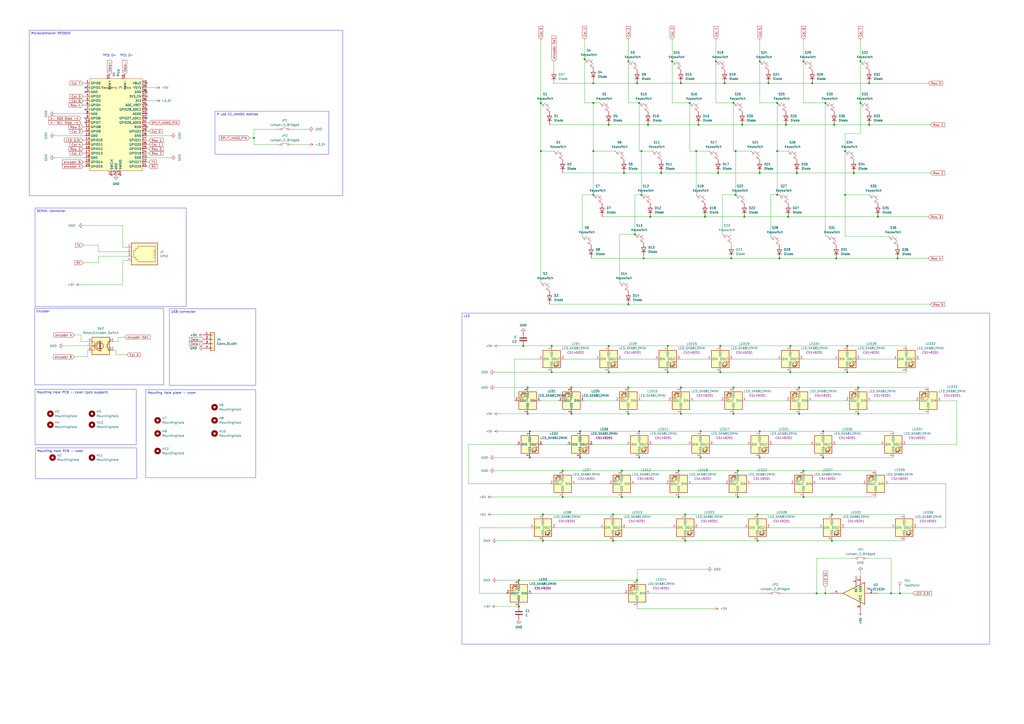
<source format=kicad_sch>
(kicad_sch (version 20231120) (generator "eeschema") (generator_version "8.0")
  (paper "A2")
  (junction (at 394.97 48.26))
  (junction (at 458.47 200.66))
  (junction (at 482.6 298.45))
  (junction (at 314.96 313.69))
  (junction (at 425.45 59.69))
  (junction (at 313.69 59.69))
  (junction (at 516.89 344.17))
  (junction (at 383.54 100.33))
  (junction (at 478.79 344.17))
  (junction (at 364.49 224.79))
  (junction (at 495.3 100.33))
  (junction (at 406.4 265.43))
  (junction (at 368.3 135.89))
  (junction (at 450.85 113.03))
  (junction (at 307.34 250.19))
  (junction (at 331.47 224.79))
  (junction (at 355.6 313.69))
  (junction (at 355.6 298.45))
  (junction (at 370.84 59.69))
  (junction (at 360.68 273.05))
  (junction (at 466.09 273.05))
  (junction (at 394.97 240.03))
  (junction (at 445.77 48.26))
  (junction (at 497.84 224.79))
  (junction (at 406.4 250.19))
  (junction (at 471.17 48.26))
  (junction (at 430.53 72.39))
  (junction (at 326.39 273.05))
  (junction (at 364.49 176.53))
  (junction (at 416.56 100.33))
  (junction (at 478.79 59.69))
  (junction (at 439.42 298.45))
  (junction (at 364.49 35.56))
  (junction (at 463.55 224.79))
  (junction (at 369.57 48.26))
  (junction (at 394.97 224.79))
  (junction (at 426.72 113.03))
  (junction (at 147.32 80.01))
  (junction (at 303.53 200.66))
  (junction (at 400.05 59.69))
  (junction (at 490.22 87.63))
  (junction (at 504.19 72.39))
  (junction (at 415.29 35.56))
  (junction (at 520.7 149.86))
  (junction (at 353.06 215.9))
  (junction (at 370.84 250.19))
  (junction (at 336.55 250.19))
  (junction (at 463.55 240.03))
  (junction (at 483.87 72.39))
  (junction (at 477.52 250.19))
  (junction (at 373.38 149.86))
  (junction (at 466.09 35.56))
  (junction (at 326.39 288.29))
  (junction (at 300.99 351.79))
  (junction (at 417.83 200.66))
  (junction (at 403.86 87.63))
  (junction (at 457.2 125.73))
  (junction (at 440.69 250.19))
  (junction (at 306.07 240.03))
  (junction (at 504.19 48.26))
  (junction (at 425.45 240.03))
  (junction (at 320.04 200.66))
  (junction (at 353.06 72.39))
  (junction (at 452.12 149.86))
  (junction (at 462.28 100.33))
  (junction (at 364.49 240.03))
  (junction (at 458.47 215.9))
  (junction (at 440.69 35.56))
  (junction (at 440.69 265.43))
  (junction (at 405.13 72.39))
  (junction (at 408.94 125.73))
  (junction (at 521.97 344.17))
  (junction (at 491.49 215.9))
  (junction (at 450.85 87.63))
  (junction (at 490.22 113.03))
  (junction (at 482.6 313.69))
  (junction (at 497.84 240.03))
  (junction (at 466.09 288.29))
  (junction (at 455.93 72.39))
  (junction (at 320.04 215.9))
  (junction (at 344.17 113.03))
  (junction (at 370.84 265.43))
  (junction (at 420.37 48.26))
  (junction (at 377.19 125.73))
  (junction (at 417.83 215.9))
  (junction (at 425.45 224.79))
  (junction (at 499.11 35.56))
  (junction (at 344.17 87.63))
  (junction (at 314.96 298.45))
  (junction (at 424.18 149.86))
  (junction (at 387.35 215.9))
  (junction (at 477.52 265.43))
  (junction (at 306.07 224.79))
  (junction (at 331.47 240.03))
  (junction (at 372.11 87.63))
  (junction (at 499.11 59.69))
  (junction (at 344.17 48.26))
  (junction (at 339.09 34.29))
  (junction (at 372.11 113.03))
  (junction (at 427.99 288.29))
  (junction (at 397.51 313.69))
  (junction (at 344.17 59.69))
  (junction (at 509.27 125.73))
  (junction (at 426.72 87.63))
  (junction (at 361.95 100.33))
  (junction (at 307.34 265.43))
  (junction (at 369.57 336.55))
  (junction (at 397.51 298.45))
  (junction (at 353.06 200.66))
  (junction (at 393.7 273.05))
  (junction (at 375.92 72.39))
  (junction (at 440.69 100.33))
  (junction (at 387.35 200.66))
  (junction (at 427.99 273.05))
  (junction (at 300.99 336.55))
  (junction (at 360.68 288.29))
  (junction (at 485.14 149.86))
  (junction (at 450.85 59.69))
  (junction (at 336.55 265.43))
  (junction (at 313.69 87.63))
  (junction (at 473.71 344.17))
  (junction (at 389.89 35.56))
  (junction (at 431.8 125.73))
  (junction (at 393.7 288.29))
  (junction (at 439.42 313.69))
  (junction (at 491.49 200.66))
  (no_connect (at 85.09 68.58))
  (no_connect (at 49.53 53.34))
  (no_connect (at 85.09 55.88))
  (no_connect (at 49.53 50.8))
  (no_connect (at 85.09 73.66))
  (no_connect (at 85.09 63.5))
  (no_connect (at 85.09 66.04))
  (no_connect (at 49.53 71.12))
  (no_connect (at 49.53 63.5))
  (no_connect (at 85.09 53.34))
  (no_connect (at 85.09 60.96))
  (no_connect (at 85.09 48.26))
  (no_connect (at 69.85 101.6))
  (no_connect (at 49.53 68.58))
  (no_connect (at 64.77 101.6))
  (wire (pts (xy 455.93 72.39) (xy 483.87 72.39)))
  (wire (pts (xy 300.99 336.55) (xy 369.57 336.55)))
  (wire (pts (xy 477.52 265.43) (xy 518.16 265.43)))
  (wire (pts (xy 450.85 59.69) (xy 440.69 59.69)))
  (wire (pts (xy 326.39 288.29) (xy 360.68 288.29)))
  (wire (pts (xy 344.17 48.26) (xy 369.57 48.26)))
  (wire (pts (xy 372.11 87.63) (xy 372.11 113.03)))
  (wire (pts (xy 68.58 198.12) (xy 66.04 198.12)))
  (wire (pts (xy 389.89 59.69) (xy 389.89 35.56)))
  (wire (pts (xy 426.72 87.63) (xy 426.72 113.03)))
  (wire (pts (xy 440.69 100.33) (xy 462.28 100.33)))
  (wire (pts (xy 509.27 125.73) (xy 538.48 125.73)))
  (wire (pts (xy 344.17 59.69) (xy 344.17 87.63)))
  (wire (pts (xy 86.36 86.36) (xy 85.09 86.36)))
  (wire (pts (xy 471.17 48.26) (xy 504.19 48.26)))
  (wire (pts (xy 450.85 113.03) (xy 452.12 113.03)))
  (wire (pts (xy 71.12 151.13) (xy 73.66 151.13)))
  (wire (pts (xy 313.69 232.41) (xy 323.85 232.41)))
  (wire (pts (xy 71.12 130.81) (xy 71.12 143.51)))
  (wire (pts (xy 271.78 257.81) (xy 299.72 257.81)))
  (wire (pts (xy 85.09 50.8) (xy 90.17 50.8)))
  (wire (pts (xy 474.98 306.07) (xy 447.04 306.07)))
  (wire (pts (xy 440.69 59.69) (xy 440.69 35.56)))
  (wire (pts (xy 462.28 100.33) (xy 495.3 100.33)))
  (wire (pts (xy 455.93 232.41) (xy 433.07 232.41)))
  (wire (pts (xy 99.06 78.74) (xy 85.09 78.74)))
  (wire (pts (xy 516.89 323.85) (xy 516.89 344.17)))
  (wire (pts (xy 431.8 125.73) (xy 457.2 125.73)))
  (wire (pts (xy 306.07 224.79) (xy 331.47 224.79)))
  (wire (pts (xy 48.26 88.9) (xy 49.53 88.9)))
  (wire (pts (xy 287.02 215.9) (xy 320.04 215.9)))
  (wire (pts (xy 349.25 125.73) (xy 377.19 125.73)))
  (wire (pts (xy 313.69 59.69) (xy 313.69 87.63)))
  (wire (pts (xy 285.75 298.45) (xy 314.96 298.45)))
  (wire (pts (xy 425.45 59.69) (xy 425.45 87.63)))
  (wire (pts (xy 307.34 265.43) (xy 336.55 265.43)))
  (wire (pts (xy 49.53 91.44) (xy 31.75 91.44)))
  (wire (pts (xy 400.05 59.69) (xy 389.89 59.69)))
  (wire (pts (xy 147.32 83.82) (xy 147.32 80.01)))
  (wire (pts (xy 415.29 59.69) (xy 415.29 35.56)))
  (wire (pts (xy 499.11 22.86) (xy 499.11 35.56)))
  (wire (pts (xy 379.73 208.28) (xy 360.68 208.28)))
  (wire (pts (xy 548.64 306.07) (xy 548.64 280.67)))
  (wire (pts (xy 344.17 87.63) (xy 356.87 87.63)))
  (wire (pts (xy 477.52 250.19) (xy 518.16 250.19)))
  (wire (pts (xy 466.09 273.05) (xy 427.99 273.05)))
  (wire (pts (xy 370.84 250.19) (xy 406.4 250.19)))
  (wire (pts (xy 48.26 60.96) (xy 49.53 60.96)))
  (wire (pts (xy 48.26 48.26) (xy 49.53 48.26)))
  (wire (pts (xy 314.96 313.69) (xy 355.6 313.69)))
  (wire (pts (xy 424.18 149.86) (xy 452.12 149.86)))
  (wire (pts (xy 400.05 87.63) (xy 403.86 87.63)))
  (wire (pts (xy 515.62 137.16) (xy 490.22 137.16)))
  (wire (pts (xy 425.45 240.03) (xy 463.55 240.03)))
  (wire (pts (xy 463.55 224.79) (xy 497.84 224.79)))
  (wire (pts (xy 373.38 149.86) (xy 373.38 148.59)))
  (wire (pts (xy 450.85 59.69) (xy 450.85 87.63)))
  (wire (pts (xy 482.6 313.69) (xy 524.51 313.69)))
  (wire (pts (xy 445.77 48.26) (xy 471.17 48.26)))
  (wire (pts (xy 31.75 78.74) (xy 49.53 78.74)))
  (wire (pts (xy 57.15 148.59) (xy 73.66 148.59)))
  (wire (pts (xy 344.17 87.63) (xy 344.17 113.03)))
  (wire (pts (xy 313.69 22.86) (xy 313.69 59.69)))
  (wire (pts (xy 278.13 344.17) (xy 293.37 344.17)))
  (wire (pts (xy 287.02 273.05) (xy 326.39 273.05)))
  (wire (pts (xy 447.04 137.16) (xy 447.04 113.03)))
  (wire (pts (xy 377.19 344.17) (xy 444.5 344.17)))
  (wire (pts (xy 298.45 232.41) (xy 298.45 208.28)))
  (wire (pts (xy 364.49 240.03) (xy 394.97 240.03)))
  (wire (pts (xy 318.77 176.53) (xy 364.49 176.53)))
  (wire (pts (xy 458.47 215.9) (xy 491.49 215.9)))
  (wire (pts (xy 364.49 176.53) (xy 539.75 176.53)))
  (wire (pts (xy 285.75 288.29) (xy 326.39 288.29)))
  (wire (pts (xy 48.26 142.24) (xy 57.15 142.24)))
  (wire (pts (xy 71.12 143.51) (xy 73.66 143.51)))
  (wire (pts (xy 322.58 306.07) (xy 347.98 306.07)))
  (wire (pts (xy 410.21 208.28) (xy 394.97 208.28)))
  (wire (pts (xy 504.19 72.39) (xy 539.75 72.39)))
  (wire (pts (xy 370.84 59.69) (xy 370.84 87.63)))
  (wire (pts (xy 372.11 232.41) (xy 387.35 232.41)))
  (wire (pts (xy 370.84 265.43) (xy 406.4 265.43)))
  (wire (pts (xy 482.6 298.45) (xy 524.51 298.45)))
  (wire (pts (xy 529.59 344.17) (xy 521.97 344.17)))
  (wire (pts (xy 339.09 59.69) (xy 344.17 59.69)))
  (wire (pts (xy 73.66 205.74) (xy 67.31 205.74)))
  (wire (pts (xy 313.69 87.63) (xy 321.31 87.63)))
  (wire (pts (xy 331.47 224.79) (xy 364.49 224.79)))
  (wire (pts (xy 419.1 113.03) (xy 426.72 113.03)))
  (wire (pts (xy 327.66 208.28) (xy 345.44 208.28)))
  (wire (pts (xy 440.69 265.43) (xy 477.52 265.43)))
  (wire (pts (xy 353.06 72.39) (xy 375.92 72.39)))
  (wire (pts (xy 147.32 80.01) (xy 147.32 74.93)))
  (wire (pts (xy 314.96 257.81) (xy 328.93 257.81)))
  (wire (pts (xy 415.29 22.86) (xy 415.29 35.56)))
  (wire (pts (xy 406.4 250.19) (xy 440.69 250.19)))
  (wire (pts (xy 463.55 240.03) (xy 497.84 240.03)))
  (wire (pts (xy 403.86 87.63) (xy 403.86 113.03)))
  (wire (pts (xy 318.77 72.39) (xy 353.06 72.39)))
  (wire (pts (xy 490.22 232.41) (xy 471.17 232.41)))
  (wire (pts (xy 147.32 83.82) (xy 160.02 83.82)))
  (wire (pts (xy 397.51 298.45) (xy 439.42 298.45)))
  (wire (pts (xy 369.57 48.26) (xy 394.97 48.26)))
  (wire (pts (xy 466.09 59.69) (xy 478.79 59.69)))
  (wire (pts (xy 491.49 200.66) (xy 525.78 200.66)))
  (wire (pts (xy 490.22 113.03) (xy 490.22 87.63)))
  (wire (pts (xy 48.26 81.28) (xy 49.53 81.28)))
  (wire (pts (xy 360.68 288.29) (xy 393.7 288.29)))
  (wire (pts (xy 57.15 152.4) (xy 57.15 148.59)))
  (wire (pts (xy 490.22 137.16) (xy 490.22 113.03)))
  (wire (pts (xy 179.07 74.93) (xy 170.18 74.93)))
  (wire (pts (xy 321.31 48.26) (xy 344.17 48.26)))
  (wire (pts (xy 554.99 257.81) (xy 554.99 232.41)))
  (wire (pts (xy 368.3 135.89) (xy 368.3 113.03)))
  (wire (pts (xy 405.13 306.07) (xy 431.8 306.07)))
  (wire (pts (xy 406.4 265.43) (xy 440.69 265.43)))
  (wire (pts (xy 361.95 100.33) (xy 383.54 100.33)))
  (wire (pts (xy 287.02 224.79) (xy 306.07 224.79)))
  (wire (pts (xy 288.29 336.55) (xy 300.99 336.55)))
  (wire (pts (xy 454.66 344.17) (xy 473.71 344.17)))
  (wire (pts (xy 394.97 48.26) (xy 420.37 48.26)))
  (wire (pts (xy 426.72 87.63) (xy 435.61 87.63)))
  (wire (pts (xy 508 273.05) (xy 466.09 273.05)))
  (wire (pts (xy 372.11 87.63) (xy 378.46 87.63)))
  (wire (pts (xy 353.06 200.66) (xy 387.35 200.66)))
  (wire (pts (xy 48.26 76.2) (xy 49.53 76.2)))
  (wire (pts (xy 440.69 22.86) (xy 440.69 35.56)))
  (wire (pts (xy 495.3 100.33) (xy 539.75 100.33)))
  (wire (pts (xy 287.02 265.43) (xy 307.34 265.43)))
  (wire (pts (xy 86.36 93.98) (xy 85.09 93.98)))
  (wire (pts (xy 394.97 240.03) (xy 425.45 240.03)))
  (wire (pts (xy 393.7 273.05) (xy 360.68 273.05)))
  (wire (pts (xy 31.75 66.04) (xy 49.53 66.04)))
  (wire (pts (xy 359.41 135.89) (xy 368.3 135.89)))
  (wire (pts (xy 473.71 344.17) (xy 478.79 344.17)))
  (wire (pts (xy 466.09 288.29) (xy 508 288.29)))
  (wire (pts (xy 43.18 194.31) (xy 46.99 194.31)))
  (wire (pts (xy 433.07 257.81) (xy 414.02 257.81)))
  (wire (pts (xy 405.13 72.39) (xy 430.53 72.39)))
  (wire (pts (xy 67.31 203.2) (xy 66.04 203.2)))
  (wire (pts (xy 403.86 87.63) (xy 411.48 87.63)))
  (wire (pts (xy 86.36 88.9) (xy 85.09 88.9)))
  (wire (pts (xy 337.82 113.03) (xy 344.17 113.03)))
  (wire (pts (xy 370.84 87.63) (xy 372.11 87.63)))
  (wire (pts (xy 466.09 22.86) (xy 466.09 35.56)))
  (wire (pts (xy 458.47 200.66) (xy 491.49 200.66)))
  (wire (pts (xy 483.87 208.28) (xy 466.09 208.28)))
  (wire (pts (xy 67.31 205.74) (xy 67.31 203.2)))
  (wire (pts (xy 363.22 306.07) (xy 389.89 306.07)))
  (wire (pts (xy 473.71 280.67) (xy 500.38 280.67)))
  (wire (pts (xy 48.26 93.98) (xy 49.53 93.98)))
  (wire (pts (xy 383.54 100.33) (xy 416.56 100.33)))
  (wire (pts (xy 521.97 344.17) (xy 516.89 344.17)))
  (wire (pts (xy 364.49 224.79) (xy 394.97 224.79)))
  (wire (pts (xy 483.87 72.39) (xy 504.19 72.39)))
  (wire (pts (xy 86.36 96.52) (xy 85.09 96.52)))
  (wire (pts (xy 314.96 298.45) (xy 355.6 298.45)))
  (wire (pts (xy 50.8 207.01) (xy 50.8 203.2)))
  (wire (pts (xy 419.1 135.89) (xy 419.1 113.03)))
  (wire (pts (xy 430.53 72.39) (xy 455.93 72.39)))
  (wire (pts (xy 375.92 72.39) (xy 405.13 72.39)))
  (wire (pts (xy 339.09 22.86) (xy 339.09 34.29)))
  (wire (pts (xy 387.35 200.66) (xy 417.83 200.66)))
  (wire (pts (xy 48.26 73.66) (xy 49.53 73.66)))
  (wire (pts (xy 548.64 280.67) (xy 515.62 280.67)))
  (wire (pts (xy 424.18 142.24) (xy 424.18 140.97)))
  (wire (pts (xy 289.56 240.03) (xy 306.07 240.03)))
  (wire (pts (xy 360.68 273.05) (xy 326.39 273.05)))
  (wire (pts (xy 179.07 83.82) (xy 170.18 83.82)))
  (wire (pts (xy 457.2 125.73) (xy 509.27 125.73)))
  (wire (pts (xy 278.13 306.07) (xy 278.13 344.17)))
  (wire (pts (xy 278.13 306.07) (xy 307.34 306.07)))
  (wire (pts (xy 313.69 87.63) (xy 313.69 163.83)))
  (wire (pts (xy 469.9 257.81) (xy 448.31 257.81)))
  (wire (pts (xy 410.21 330.2) (xy 369.57 330.2)))
  (wire (pts (xy 71.12 165.1) (xy 71.12 151.13)))
  (wire (pts (xy 504.19 113.03) (xy 490.22 113.03)))
  (wire (pts (xy 43.18 207.01) (xy 50.8 207.01)))
  (wire (pts (xy 369.57 353.06) (xy 369.57 351.79)))
  (wire (pts (xy 355.6 313.69) (xy 397.51 313.69)))
  (wire (pts (xy 46.99 198.12) (xy 50.8 198.12)))
  (wire (pts (xy 342.9 149.86) (xy 373.38 149.86)))
  (wire (pts (xy 303.53 200.66) (xy 320.04 200.66)))
  (wire (pts (xy 48.26 152.4) (xy 57.15 152.4)))
  (wire (pts (xy 490.22 77.47) (xy 490.22 87.63)))
  (wire (pts (xy 36.83 200.66) (xy 50.8 200.66)))
  (wire (pts (xy 408.94 125.73) (xy 431.8 125.73)))
  (wire (pts (xy 386.08 280.67) (xy 368.3 280.67)))
  (wire (pts (xy 485.14 149.86) (xy 520.7 149.86)))
  (wire (pts (xy 90.17 58.42) (xy 85.09 58.42)))
  (wire (pts (xy 68.58 195.58) (xy 72.39 195.58)))
  (wire (pts (xy 473.71 323.85) (xy 473.71 344.17)))
  (wire (pts (xy 86.36 83.82) (xy 85.09 83.82)))
  (wire (pts (xy 497.84 224.79) (xy 538.48 224.79)))
  (wire (pts (xy 147.32 74.93) (xy 160.02 74.93)))
  (wire (pts (xy 499.11 331.47) (xy 499.11 334.01)))
  (wire (pts (xy 520.7 149.86) (xy 538.48 149.86)))
  (wire (pts (xy 288.29 351.79) (xy 300.99 351.79)))
  (wire (pts (xy 497.84 240.03) (xy 538.48 240.03)))
  (wire (pts (xy 326.39 100.33) (xy 361.95 100.33)))
  (wire (pts (xy 271.78 280.67) (xy 271.78 257.81)))
  (wire (pts (xy 450.85 87.63) (xy 457.2 87.63)))
  (wire (pts (xy 361.95 344.17) (xy 308.61 344.17)))
  (wire (pts (xy 344.17 59.69) (xy 347.98 59.69)))
  (wire (pts (xy 289.56 200.66) (xy 303.53 200.66)))
  (wire (pts (xy 57.15 142.24) (xy 57.15 146.05)))
  (wire (pts (xy 478.79 340.36) (xy 478.79 344.17)))
  (wire (pts (xy 46.99 194.31) (xy 46.99 198.12)))
  (wire (pts (xy 425.45 59.69) (xy 415.29 59.69)))
  (wire (pts (xy 298.45 208.28) (xy 312.42 208.28)))
  (wire (pts (xy 321.31 35.56) (xy 321.31 40.64)))
  (wire (pts (xy 144.78 80.01) (xy 147.32 80.01)))
  (wire (pts (xy 355.6 298.45) (xy 397.51 298.45)))
  (wire (pts (xy 99.06 91.44) (xy 85.09 91.44)))
  (wire (pts (xy 452.12 149.86) (xy 485.14 149.86)))
  (wire (pts (xy 439.42 313.69) (xy 482.6 313.69)))
  (wire (pts (xy 334.01 280.67) (xy 353.06 280.67)))
  (wire (pts (xy 466.09 35.56) (xy 466.09 59.69)))
  (wire (pts (xy 363.22 257.81) (xy 344.17 257.81)))
  (wire (pts (xy 364.49 22.86) (xy 364.49 35.56)))
  (wire (pts (xy 393.7 288.29) (xy 427.99 288.29)))
  (wire (pts (xy 397.51 313.69) (xy 439.42 313.69)))
  (wire (pts (xy 420.37 48.26) (xy 445.77 48.26)))
  (wire (pts (xy 478.79 344.17) (xy 481.33 344.17)))
  (wire (pts (xy 387.35 215.9) (xy 417.83 215.9)))
  (wire (pts (xy 339.09 34.29) (xy 339.09 59.69)))
  (wire (pts (xy 320.04 200.66) (xy 353.06 200.66)))
  (wire (pts (xy 86.36 76.2) (xy 85.09 76.2)))
  (wire (pts (xy 478.79 59.69) (xy 478.79 137.16)))
  (wire (pts (xy 516.89 344.17) (xy 509.27 344.17)))
  (wire (pts (xy 364.49 59.69) (xy 364.49 35.56)))
  (wire (pts (xy 491.49 215.9) (xy 525.78 215.9)))
  (wire (pts (xy 504.19 323.85) (xy 516.89 323.85)))
  (wire (pts (xy 494.03 323.85) (xy 473.71 323.85)))
  (wire (pts (xy 400.05 59.69) (xy 400.05 87.63)))
  (wire (pts (xy 499.11 208.28) (xy 518.16 208.28)))
  (wire (pts (xy 318.77 280.67) (xy 271.78 280.67)))
  (wire (pts (xy 369.57 330.2) (xy 369.57 336.55)))
  (wire (pts (xy 525.78 257.81) (xy 554.99 257.81)))
  (wire (pts (xy 339.09 232.41) (xy 356.87 232.41)))
  (wire (pts (xy 450.85 208.28) (xy 425.45 208.28)))
  (wire (pts (xy 420.37 280.67) (xy 401.32 280.67)))
  (wire (pts (xy 336.55 250.19) (xy 370.84 250.19)))
  (wire (pts (xy 554.99 232.41) (xy 546.1 232.41)))
  (wire (pts (xy 364.49 59.69) (xy 370.84 59.69)))
  (wire (pts (xy 389.89 22.86) (xy 389.89 35.56)))
  (wire (pts (xy 417.83 215.9) (xy 458.47 215.9)))
  (wire (pts (xy 427.99 273.05) (xy 393.7 273.05)))
  (wire (pts (xy 288.29 313.69) (xy 314.96 313.69)))
  (wire (pts (xy 68.58 195.58) (xy 68.58 198.12)))
  (wire (pts (xy 504.19 48.26) (xy 538.48 48.26)))
  (wire (pts (xy 86.36 81.28) (xy 85.09 81.28)))
  (wire (pts (xy 373.38 149.86) (xy 424.18 149.86)))
  (wire (pts (xy 490.22 306.07) (xy 516.89 306.07)))
  (wire (pts (xy 427.99 288.29) (xy 466.09 288.29)))
  (wire (pts (xy 458.47 280.67) (xy 435.61 280.67)))
  (wire (pts (xy 532.13 306.07) (xy 548.64 306.07)))
  (wire (pts (xy 353.06 215.9) (xy 387.35 215.9)))
  (wire (pts (xy 48.26 96.52) (xy 49.53 96.52)))
  (wire (pts (xy 425.45 87.63) (xy 426.72 87.63)))
  (wire (pts (xy 425.45 224.79) (xy 463.55 224.79)))
  (wire (pts (xy 369.57 353.06) (xy 414.02 353.06)))
  (wire (pts (xy 499.11 77.47) (xy 499.11 59.69)))
  (wire (pts (xy 450.85 87.63) (xy 450.85 113.03)))
  (wire (pts (xy 398.78 257.81) (xy 378.46 257.81)))
  (wire (pts (xy 320.04 215.9) (xy 353.06 215.9)))
  (wire (pts (xy 48.26 83.82) (xy 49.53 83.82)))
  (wire (pts (xy 394.97 224.79) (xy 425.45 224.79)))
  (wire (pts (xy 505.46 232.41) (xy 530.86 232.41)))
  (wire (pts (xy 306.07 240.03) (xy 331.47 240.03)))
  (wire (pts (xy 336.55 265.43) (xy 370.84 265.43)))
  (wire (pts (xy 289.56 250.19) (xy 307.34 250.19)))
  (wire (pts (xy 86.36 71.12) (xy 85.09 71.12)))
  (wire (pts (xy 521.97 341.63) (xy 521.97 344.17)))
  (wire (pts (xy 416.56 100.33) (xy 440.69 100.33)))
  (wire (pts (xy 57.15 146.05) (xy 73.66 146.05)))
  (wire (pts (xy 331.47 240.03) (xy 364.49 240.03)))
  (wire (pts (xy 48.26 55.88) (xy 49.53 55.88)))
  (wire (pts (xy 439.42 298.45) (xy 482.6 298.45)))
  (wire (pts (xy 478.79 137.16) (xy 480.06 137.16)))
  (wire (pts (xy 48.26 58.42) (xy 49.53 58.42)))
  (wire (pts (xy 485.14 257.81) (xy 510.54 257.81)))
  (wire (pts (xy 307.34 250.19) (xy 336.55 250.19)))
  (wire (pts (xy 337.82 137.16) (xy 337.82 113.03)))
  (wire (pts (xy 71.12 130.81) (xy 48.26 130.81)))
  (wire (pts (xy 490.22 77.47) (xy 499.11 77.47)))
  (wire (pts (xy 46.99 165.1) (xy 71.12 165.1)))
  (wire (pts (xy 359.41 163.83) (xy 359.41 135.89)))
  (wire (pts (xy 417.83 232.41) (xy 402.59 232.41)))
  (wire (pts (xy 417.83 200.66) (xy 458.47 200.66)))
  (wire (pts (xy 440.69 250.19) (xy 477.52 250.19)))
  (wire (pts (xy 377.19 125.73) (xy 408.94 125.73)))
  (wire (pts (xy 447.04 113.03) (xy 450.85 113.03)))
  (wire (pts (xy 499.11 35.56) (xy 499.11 59.69)))
  (wire (pts (xy 344.17 46.99) (xy 344.17 48.26)))
  (wire (pts (xy 48.26 86.36) (xy 49.53 86.36)))
  (wire (pts (xy 368.3 113.03) (xy 372.11 113.03)))
  (text_box "Microcontroller RP2040" (at 17.018 17.526 0) (size 181.864 96.012) (effects (font (size 1.27 1.27)) (justify left top)))
  (text_box "Mounting Hole PCB - case" (at 20.574 259.842 0) (size 58.674 17.78) (effects (font (size 1.27 1.27)) (justify left top)))
  (text_box "LED" (at 267.97 181.61 0) (size 306.07 192.024) (effects (font (size 1.27 1.27)) (justify left top)))
  (text_box "USB connector" (at 98.298 179.07 0) (size 50.038 44.45) (effects (font (size 1.27 1.27)) (justify left top)))
  (text_box "Mounting Hole PCB - cover (pcb support)" (at 20.32 225.806 0) (size 58.674 32.258) (effects (font (size 1.27 1.27)) (justify left top)))
  (text_box "if use EE_HANDS method" (at 124.714 64.516 0) (size 66.04 24.892) (effects (font (size 1.27 1.27)) (justify left top)))
  (text_box "Mounting Hole plate - cover" (at 84.582 226.06 0) (size 63.754 51.054) (effects (font (size 1.27 1.27)) (justify left top)))
  (text_box "Encoder" (at 20.066 178.816 0) (size 74.93 44.45) (effects (font (size 1.27 1.27)) (justify left top)))
  (text_box "SERIAL connector" (at 20.32 120.65 0) (size 87.63 57.15) (effects (font (size 1.27 1.27)) (justify left top)))
  (text "TP2: D-" (at 73.406 32.258 0) (effects (font (size 1.27 1.27))))
  (text "TP3: D+" (at 63.5 32.258 0) (effects (font (size 1.27 1.27))))
  (global_label "Row 0" (shape input) (at 86.36 86.36 0) (property "Intersheetrefs" "${INTERSHEET_REFS}" (effects (hide yes))))
  (global_label "Col 0" (shape input) (at 73.66 205.74 0) (property "Intersheetrefs" "${INTERSHEET_REFS}" (effects (hide yes))))
  (global_label "SPLIT_HAND_PIN" (shape input) (at 144.78 80.01 180) (property "Intersheetrefs" "${INTERSHEET_REFS}" (effects (hide yes))))
  (global_label "Col 3" (shape input) (at 389.89 22.86 90) (property "Intersheetrefs" "${INTERSHEET_REFS}" (effects (hide yes))))
  (global_label "TX" (shape input) (at 86.36 93.98 0) (property "Intersheetrefs" "${INTERSHEET_REFS}" (effects (hide yes))))
  (global_label "encoder A" (shape input) (at 48.26 96.52 180) (property "Intersheetrefs" "${INTERSHEET_REFS}" (effects (hide yes))))
  (global_label "Col 7" (shape input) (at 48.26 48.26 180) (property "Intersheetrefs" "${INTERSHEET_REFS}" (effects (hide yes))))
  (global_label "SPLIT_HAND_PIN" (shape input) (at 86.36 71.12 0) (property "Intersheetrefs" "${INTERSHEET_REFS}" (effects (hide yes))))
  (global_label "Data+" (shape input) (at 63.5 43.18 90) (property "Intersheetrefs" "${INTERSHEET_REFS}" (effects (hide yes))))
  (global_label "Row 1" (shape input) (at 539.75 72.39 0) (property "Intersheetrefs" "${INTERSHEET_REFS}" (effects (hide yes))))
  (global_label "encoder SW1" (shape input) (at 72.39 195.58 0) (property "Intersheetrefs" "${INTERSHEET_REFS}" (effects (hide yes))))
  (global_label "encoder A" (shape input) (at 43.18 194.31 180) (property "Intersheetrefs" "${INTERSHEET_REFS}" (effects (hide yes))))
  (global_label "RX" (shape input) (at 86.36 96.52 0) (property "Intersheetrefs" "${INTERSHEET_REFS}" (effects (hide yes))))
  (global_label "Col 0" (shape input) (at 313.69 22.86 90) (property "Intersheetrefs" "${INTERSHEET_REFS}" (effects (hide yes))))
  (global_label "Data+" (shape input) (at 118.11 199.39 180) (property "Intersheetrefs" "${INTERSHEET_REFS}" (effects (hide yes))))
  (global_label "RX" (shape input) (at 48.26 152.4 180) (property "Intersheetrefs" "${INTERSHEET_REFS}" (effects (hide yes))))
  (global_label "Row 1" (shape input) (at 86.36 81.28 0) (property "Intersheetrefs" "${INTERSHEET_REFS}" (effects (hide yes))))
  (global_label "Col 1" (shape input) (at 339.09 22.86 90) (property "Intersheetrefs" "${INTERSHEET_REFS}" (effects (hide yes))))
  (global_label "TX" (shape input) (at 48.26 142.24 180) (property "Intersheetrefs" "${INTERSHEET_REFS}" (effects (hide yes))))
  (global_label "Col 5" (shape input) (at 440.69 22.86 90) (property "Intersheetrefs" "${INTERSHEET_REFS}" (effects (hide yes))))
  (global_label "Row 4" (shape input) (at 538.48 149.86 0) (property "Intersheetrefs" "${INTERSHEET_REFS}" (effects (hide yes))))
  (global_label "encoder SW1" (shape input) (at 321.31 35.56 90) (property "Intersheetrefs" "${INTERSHEET_REFS}" (effects (hide yes))))
  (global_label "Row 5" (shape input) (at 48.26 73.66 180) (property "Intersheetrefs" "${INTERSHEET_REFS}" (effects (hide yes))))
  (global_label "Col 2" (shape input) (at 364.49 22.86 90) (property "Intersheetrefs" "${INTERSHEET_REFS}" (effects (hide yes))))
  (global_label "encoder B" (shape input) (at 48.26 93.98 180) (property "Intersheetrefs" "${INTERSHEET_REFS}" (effects (hide yes))))
  (global_label "Data-" (shape input) (at 72.39 43.18 90) (property "Intersheetrefs" "${INTERSHEET_REFS}" (effects (hide yes))))
  (global_label "Row 0" (shape input) (at 538.48 48.26 0) (property "Intersheetrefs" "${INTERSHEET_REFS}" (effects (hide yes))))
  (global_label "Col 4" (shape input) (at 415.29 22.86 90) (property "Intersheetrefs" "${INTERSHEET_REFS}" (effects (hide yes))))
  (global_label "Col 7" (shape input) (at 499.11 22.86 90) (property "Intersheetrefs" "${INTERSHEET_REFS}" (effects (hide yes))))
  (global_label "Col 4" (shape input) (at 48.26 83.82 180) (property "Intersheetrefs" "${INTERSHEET_REFS}" (effects (hide yes))))
  (global_label "Col 1" (shape input) (at 86.36 83.82 0) (property "Intersheetrefs" "${INTERSHEET_REFS}" (effects (hide yes))))
  (global_label "Col 6" (shape input) (at 466.09 22.86 90) (property "Intersheetrefs" "${INTERSHEET_REFS}" (effects (hide yes))))
  (global_label "Col 3" (shape input) (at 48.26 76.2 180) (property "Intersheetrefs" "${INTERSHEET_REFS}" (effects (hide yes))))
  (global_label "LED 3.3V" (shape input) (at 48.26 81.28 180) (property "Intersheetrefs" "${INTERSHEET_REFS}" (effects (hide yes))))
  (global_label "Col 6" (shape input) (at 48.26 58.42 180) (property "Intersheetrefs" "${INTERSHEET_REFS}" (effects (hide yes))))
  (global_label "Row 3" (shape input) (at 538.48 125.73 0) (property "Intersheetrefs" "${INTERSHEET_REFS}" (effects (hide yes))))
  (global_label "Col 2" (shape input) (at 48.26 88.9 180) (property "Intersheetrefs" "${INTERSHEET_REFS}" (effects (hide yes))))
  (global_label "Col 5" (shape input) (at 48.26 55.88 180) (property "Intersheetrefs" "${INTERSHEET_REFS}" (effects (hide yes))))
  (global_label "Data-" (shape input) (at 118.11 196.85 180) (property "Intersheetrefs" "${INTERSHEET_REFS}" (effects (hide yes))))
  (global_label "Row 3" (shape input) (at 48.26 86.36 180) (property "Intersheetrefs" "${INTERSHEET_REFS}" (effects (hide yes))))
  (global_label "LED 3.3V" (shape input) (at 529.59 344.17 0) (property "Intersheetrefs" "${INTERSHEET_REFS}" (effects (hide yes))))
  (global_label "LED 5V" (shape input) (at 478.79 340.36 90) (property "Intersheetrefs" "${INTERSHEET_REFS}" (effects (hide yes))))
  (global_label "encoder B" (shape input) (at 43.18 207.01 180) (property "Intersheetrefs" "${INTERSHEET_REFS}" (effects (hide yes))))
  (global_label "Row 5" (shape input) (at 539.75 176.53 0) (property "Intersheetrefs" "${INTERSHEET_REFS}" (effects (hide yes))))
  (global_label "Col 0" (shape input) (at 86.36 76.2 0) (property "Intersheetrefs" "${INTERSHEET_REFS}" (effects (hide yes))))
  (global_label "Row 2" (shape input) (at 539.75 100.33 0) (property "Intersheetrefs" "${INTERSHEET_REFS}" (effects (hide yes))))
  (global_label "X- SCL Oled -X" (shape input) (at 46.99 71.12 180) (property "Intersheetrefs" "${INTERSHEET_REFS}" (effects (hide yes))))
  (global_label "Row 2" (shape input) (at 86.36 88.9 0) (property "Intersheetrefs" "${INTERSHEET_REFS}" (effects (hide yes))))
  (global_label "X- SDA Oled -X" (shape input) (at 46.99 68.58 180) (property "Intersheetrefs" "${INTERSHEET_REFS}" (effects (hide yes))))
  (global_label "Row 4" (shape input) (at 48.26 60.96 180) (property "Intersheetrefs" "${INTERSHEET_REFS}" (effects (hide yes))))
  (symbol (lib_id "ScottoKeebs:Placeholder_Keyswitch") (at 501.65 38.1 0) (unit 1)
    (property "Reference" "S32" (at 501.65 30.48 0))
    (property "Value" "Keyswitch" (at 501.65 33.02 0))
    (property "Footprint" "ScottoKeebs_Hotswap:Hotswap_MX_2.00u" (effects (hide yes)))
    (property "Description" "Push button switch, normally open, two pins, 45° tilted" (effects (hide yes)))
  )
  (symbol (lib_id "ScottoKeebs:LED_SK6812MINI") (at 440.69 257.81 0) (unit 1)
    (property "Reference" "LED21" (at 454.66 248.9514 0))
    (property "Value" "LED_SK6812MINI" (at 454.66 251.4914 0))
    (property "Footprint" "ScottoKeebs_Components:LED_SK6812MINI" (effects (hide yes)))
    (property "Datasheet" "https://cdn-shop.adafruit.com/product-files/2686/SK6812MINI_REV.01-1-2.pdf" (effects (hide yes)))
    (property "Description" "RGB LED with integrated controller" (effects (hide yes)))
    (property "LCSC" "C5149201" (at 454.66 254.0314 0))
  )
  (symbol (lib_id "ScottoKeebs:Placeholder_Diode") (at 509.27 121.92 90) (unit 1)
    (property "Reference" "D35" (at 511.81 120.6499 90) (effects (justify right)))
    (property "Value" "Diode" (at 511.81 123.1899 90) (effects (justify right)))
    (property "Footprint" "personal:D_SOD-123_DO-35_Hybrid_DoubleSided_diode" (effects (hide yes)))
    (property "Description" "1N4148 (DO-35) or 1N4148W (SOD-123)" (effects (hide yes)))
    (property "Sim.Device" "D" (effects (hide yes)))
    (property "Sim.Pins" "1=K 2=A" (effects (hide yes)))
  )
  (symbol (lib_id "ScottoKeebs:Placeholder_Keyswitch") (at 438.15 90.17 0) (unit 1)
    (property "Reference" "S21" (at 438.15 82.55 0))
    (property "Value" "Keyswitch" (at 438.15 85.09 0))
    (property "Footprint" "ScottoKeebs_Hotswap:Hotswap_MX_1.00u" (effects (hide yes)))
    (property "Description" "Push button switch, normally open, two pins, 45° tilted" (effects (hide yes)))
  )
  (symbol (lib_id "Device:RotaryEncoder_Switch") (at 58.42 200.66 0) (unit 1)
    (property "Reference" "SW2" (at 58.42 190.5 0))
    (property "Value" "RotaryEncoder_Switch" (at 58.42 193.04 0))
    (property "Footprint" "ScottoKeebs_Scotto:Encoder_EC11_MX" (effects (hide yes)))
    (property "Description" "Rotary encoder, dual channel, incremental quadrate outputs, with switch" (effects (hide yes)))
  )
  (symbol (lib_id "power:GND") (at 118.11 201.93 270) (unit 1)
    (property "Reference" "#PWR014" (effects (hide yes)))
    (property "Value" "GND" (at 114.3 201.9299 90) (effects (justify right)))
    (property "Description" "Power symbol creates a global label with name \"GND\" , ground" (effects (hide yes)))
  )
  (symbol (lib_id "power:+5V") (at 46.99 165.1 90) (unit 1)
    (property "Reference" "#PWR013" (effects (hide yes)))
    (property "Value" "+5V" (at 43.18 165.0999 90) (effects (justify left)))
    (property "Description" "Power symbol creates a global label with name \"+5V\"" (effects (hide yes)))
  )
  (symbol (lib_id "ScottoKeebs:LED_SK6812MINI") (at 307.34 257.81 0) (unit 1)
    (property "Reference" "LED2" (at 321.31 251.4914 0))
    (property "Value" "LED_SK6812MINI" (at 321.31 254.0314 0))
    (property "Footprint" "ScottoKeebs_Components:LED_SK6812MINI" (effects (hide yes)))
    (property "Datasheet" "https://cdn-shop.adafruit.com/product-files/2686/SK6812MINI_REV.01-1-2.pdf" (effects (hide yes)))
    (property "Description" "RGB LED with integrated controller" (effects (hide yes)))
    (property "LCSC" "C5149201" (effects (hide yes)))
  )
  (symbol (lib_id "power:GND") (at 31.75 91.44 270) (unit 1)
    (property "Reference" "#PWR03" (effects (hide yes)))
    (property "Value" "GND" (at 26.67 91.44 0))
    (property "Description" "Power symbol creates a global label with name \"GND\" , ground" (effects (hide yes)))
  )
  (symbol (lib_id "Mechanical:MountingHole") (at 91.44 243.84 0) (unit 1) (exclude_from_sim yes) (in_bom no)
    (property "Reference" "H7" (at 93.98 242.5699 0) (effects (justify left)))
    (property "Value" "MountingHole" (at 93.98 245.1099 0) (effects (justify left)))
    (property "Footprint" "personal:MountingHole_3.2mm_M3" (effects (hide yes)))
    (property "Description" "Mounting Hole without connection" (effects (hide yes)))
  )
  (symbol (lib_id "power:+3.3V") (at 179.07 83.82 270) (unit 1)
    (property "Reference" "#PWR025" (effects (hide yes)))
    (property "Value" "+3.3V" (at 182.88 83.8199 90) (effects (justify left)))
    (property "Description" "Power symbol creates a global label with name \"+3.3V\"" (effects (hide yes)))
  )
  (symbol (lib_id "ScottoKeebs:Placeholder_Diode") (at 504.19 44.45 90) (unit 1)
    (property "Reference" "D32" (at 506.73 43.1799 90) (effects (justify right)))
    (property "Value" "Diode" (at 506.73 45.7199 90) (effects (justify right)))
    (property "Footprint" "personal:D_SOD-123_DO-35_Hybrid_DoubleSided_diode" (effects (hide yes)))
    (property "Description" "1N4148 (DO-35) or 1N4148W (SOD-123)" (effects (hide yes)))
    (property "Sim.Device" "D" (effects (hide yes)))
    (property "Sim.Pins" "1=K 2=A" (effects (hide yes)))
  )
  (symbol (lib_id "ScottoKeebs:Placeholder_Diode") (at 361.95 96.52 90) (unit 1)
    (property "Reference" "D6" (at 364.49 95.2499 90) (effects (justify right)))
    (property "Value" "Diode" (at 364.49 97.7899 90) (effects (justify right)))
    (property "Footprint" "personal:D_SOD-123_DO-35_Hybrid_DoubleSided_diode" (effects (hide yes)))
    (property "Description" "1N4148 (DO-35) or 1N4148W (SOD-123)" (effects (hide yes)))
    (property "Sim.Device" "D" (effects (hide yes)))
    (property "Sim.Pins" "1=K 2=A" (effects (hide yes)))
  )
  (symbol (lib_id "power:GND") (at 288.29 336.55 270) (unit 1)
    (property "Reference" "#PWR012" (effects (hide yes)))
    (property "Value" "GND" (at 284.48 336.5499 90) (effects (justify right)))
    (property "Description" "Power symbol creates a global label with name \"GND\" , ground" (effects (hide yes)))
  )
  (symbol (lib_id "ScottoKeebs:Placeholder_Diode") (at 364.49 172.72 90) (unit 1)
    (property "Reference" "D14" (at 367.03 171.4499 90) (effects (justify right)))
    (property "Value" "Diode" (at 367.03 173.9899 90) (effects (justify right)))
    (property "Footprint" "personal:D_SOD-123_DO-35_Hybrid_DoubleSided_diode" (effects (hide yes)))
    (property "Description" "1N4148 (DO-35) or 1N4148W (SOD-123)" (effects (hide yes)))
    (property "Sim.Device" "D" (effects (hide yes)))
    (property "Sim.Pins" "1=K 2=A" (effects (hide yes)))
  )
  (symbol (lib_id "ScottoKeebs:Placeholder_Diode") (at 416.56 96.52 90) (unit 1)
    (property "Reference" "D17" (at 419.1 95.2499 90) (effects (justify right)))
    (property "Value" "Diode" (at 419.1 97.7899 90) (effects (justify right)))
    (property "Footprint" "personal:D_SOD-123_DO-35_Hybrid_DoubleSided_diode" (effects (hide yes)))
    (property "Description" "1N4148 (DO-35) or 1N4148W (SOD-123)" (effects (hide yes)))
    (property "Sim.Device" "D" (effects (hide yes)))
    (property "Sim.Pins" "1=K 2=A" (effects (hide yes)))
  )
  (symbol (lib_id "ScottoKeebs:Placeholder_Keyswitch") (at 316.23 62.23 0) (unit 1)
    (property "Reference" "S1" (at 316.23 54.61 0))
    (property "Value" "Keyswitch" (at 316.23 57.15 0))
    (property "Footprint" "ScottoKeebs_Hotswap:Hotswap_MX_1.00u" (effects (hide yes)))
    (property "Description" "Push button switch, normally open, two pins, 45° tilted" (effects (hide yes)))
  )
  (symbol (lib_id "ScottoKeebs:Placeholder_Diode") (at 455.93 68.58 90) (unit 1)
    (property "Reference" "D25" (at 458.47 67.3099 90) (effects (justify right)))
    (property "Value" "Diode" (at 458.47 69.8499 90) (effects (justify right)))
    (property "Footprint" "personal:D_SOD-123_DO-35_Hybrid_DoubleSided_diode" (effects (hide yes)))
    (property "Description" "1N4148 (DO-35) or 1N4148W (SOD-123)" (effects (hide yes)))
    (property "Sim.Device" "D" (effects (hide yes)))
    (property "Sim.Pins" "1=K 2=A" (effects (hide yes)))
  )
  (symbol (lib_id "power:+5V") (at 118.11 194.31 90) (unit 1)
    (property "Reference" "#PWR026" (effects (hide yes)))
    (property "Value" "+5V" (at 114.3 194.3099 90) (effects (justify left)))
    (property "Description" "Power symbol creates a global label with name \"+5V\"" (effects (hide yes)))
  )
  (symbol (lib_id "ScottoKeebs:Placeholder_Keyswitch") (at 501.65 62.23 0) (unit 1)
    (property "Reference" "S33" (at 501.65 54.61 0))
    (property "Value" "Keyswitch" (at 501.65 57.15 0))
    (property "Footprint" "ScottoKeebs_Hotswap:Hotswap_MX_1.50u" (effects (hide yes)))
    (property "Description" "Push button switch, normally open, two pins, 45° tilted" (effects (hide yes)))
  )
  (symbol (lib_id "power:GND") (at 287.02 265.43 270) (unit 1)
    (property "Reference" "#PWR09" (effects (hide yes)))
    (property "Value" "GND" (at 283.21 265.4299 90) (effects (justify right)))
    (property "Description" "Power symbol creates a global label with name \"GND\" , ground" (effects (hide yes)))
  )
  (symbol (lib_id "MCU_RaspberryPi_and_Boards:Pico") (at 67.31 72.39 0) (unit 1)
    (property "Reference" "U1" (at 66.0399 44.45 90) (effects (justify left)))
    (property "Value" "Pico" (at 68.5799 44.45 90) (effects (justify left)))
    (property "Footprint" "personal:Raspberry_Pi_Pico_with_usb_rings" (effects (hide yes)))
  )
  (symbol (lib_id "ScottoKeebs:Placeholder_Keyswitch") (at 370.84 138.43 0) (unit 1)
    (property "Reference" "S13" (at 370.84 130.81 0))
    (property "Value" "Keyswitch" (at 370.84 133.35 0))
    (property "Footprint" "ScottoKeebs_Hotswap:Hotswap_MX_1.50u" (effects (hide yes)))
    (property "Description" "Push button switch, normally open, two pins, 45° tilted" (effects (hide yes)))
  )
  (symbol (lib_id "ScottoKeebs:Placeholder_Diode") (at 420.37 44.45 90) (unit 1)
    (property "Reference" "D19" (at 422.91 43.1799 90) (effects (justify right)))
    (property "Value" "Diode" (at 422.91 45.7199 90) (effects (justify right)))
    (property "Footprint" "personal:D_SOD-123_DO-35_Hybrid_DoubleSided_diode" (effects (hide yes)))
    (property "Description" "1N4148 (DO-35) or 1N4148W (SOD-123)" (effects (hide yes)))
    (property "Sim.Device" "D" (effects (hide yes)))
    (property "Sim.Pins" "1=K 2=A" (effects (hide yes)))
  )
  (symbol (lib_id "ScottoKeebs:LED_SK6812MINI") (at 326.39 280.67 180) (unit 1)
    (property "Reference" "LED7" (at 340.36 272.6338 0))
    (property "Value" "LED_SK6812MINI" (at 340.36 275.1738 0))
    (property "Footprint" "ScottoKeebs_Components:LED_SK6812MINI" (effects (hide yes)))
    (property "Datasheet" "https://cdn-shop.adafruit.com/product-files/2686/SK6812MINI_REV.01-1-2.pdf" (effects (hide yes)))
    (property "Description" "RGB LED with integrated controller" (effects (hide yes)))
    (property "LCSC" "C5149201" (at 340.36 277.7138 0))
  )
  (symbol (lib_id "ScottoKeebs:Placeholder_Diode") (at 383.54 96.52 90) (unit 1)
    (property "Reference" "D11" (at 386.08 95.2499 90) (effects (justify right)))
    (property "Value" "Diode" (at 386.08 97.7899 90) (effects (justify right)))
    (property "Footprint" "personal:D_SOD-123_DO-35_Hybrid_DoubleSided_diode" (effects (hide yes)))
    (property "Description" "1N4148 (DO-35) or 1N4148W (SOD-123)" (effects (hide yes)))
    (property "Sim.Device" "D" (effects (hide yes)))
    (property "Sim.Pins" "1=K 2=A" (effects (hide yes)))
  )
  (symbol (lib_id "ScottoKeebs:LED_SK6812MINI") (at 336.55 257.81 0) (unit 1)
    (property "Reference" "LED6" (at 350.52 248.9514 0))
    (property "Value" "LED_SK6812MINI" (at 350.52 251.4914 0))
    (property "Footprint" "ScottoKeebs_Components:LED_SK6812MINI" (effects (hide yes)))
    (property "Datasheet" "https://cdn-shop.adafruit.com/product-files/2686/SK6812MINI_REV.01-1-2.pdf" (effects (hide yes)))
    (property "Description" "RGB LED with integrated controller" (effects (hide yes)))
    (property "LCSC" "C5149201" (at 350.52 254.0314 0))
  )
  (symbol (lib_id "power:GND") (at 36.83 200.66 270) (unit 1)
    (property "Reference" "#PWR035" (effects (hide yes)))
    (property "Value" "GND" (at 33.02 200.6599 90) (effects (justify right)))
    (property "Description" "Power symbol creates a global label with name \"GND\" , ground" (effects (hide yes)))
  )
  (symbol (lib_id "ScottoKeebs:LED_SK6812MINI") (at 525.78 208.28 0) (unit 1)
    (property "Reference" "LED32" (at 539.75 199.4214 0))
    (property "Value" "LED_SK6812MINI" (at 539.75 201.9614 0))
    (property "Footprint" "ScottoKeebs_Components:LED_SK6812MINI" (effects (hide yes)))
    (property "Datasheet" "https://cdn-shop.adafruit.com/product-files/2686/SK6812MINI_REV.01-1-2.pdf" (effects (hide yes)))
    (property "Description" "RGB LED with integrated controller" (effects (hide yes)))
    (property "LCSC" "C5149201" (at 539.75 204.5014 0))
  )
  (symbol (lib_id "ScottoKeebs:Placeholder_Keyswitch") (at 381 90.17 0) (unit 1)
    (property "Reference" "S11" (at 381 82.55 0))
    (property "Value" "Keyswitch" (at 381 85.09 0))
    (property "Footprint" "ScottoKeebs_Hotswap:Hotswap_MX_1.00u" (effects (hide yes)))
    (property "Description" "Push button switch, normally open, two pins, 45° tilted" (effects (hide yes)))
  )
  (symbol (lib_id "power:GND") (at 287.02 273.05 270) (unit 1)
    (property "Reference" "#PWR010" (effects (hide yes)))
    (property "Value" "GND" (at 283.21 273.0499 90) (effects (justify right)))
    (property "Description" "Power symbol creates a global label with name \"GND\" , ground" (effects (hide yes)))
  )
  (symbol (lib_id "power:GND") (at 99.06 91.44 90) (unit 1)
    (property "Reference" "#PWR05" (effects (hide yes)))
    (property "Value" "GND" (at 104.14 91.44 0))
    (property "Description" "Power symbol creates a global label with name \"GND\" , ground" (effects (hide yes)))
  )
  (symbol (lib_id "ScottoKeebs:Placeholder_Diode") (at 408.94 121.92 90) (unit 1)
    (property "Reference" "D18" (at 411.48 120.6499 90) (effects (justify right)))
    (property "Value" "Diode" (at 411.48 123.1899 90) (effects (justify right)))
    (property "Footprint" "personal:D_SOD-123_DO-35_Hybrid_DoubleSided_diode" (effects (hide yes)))
    (property "Description" "1N4148 (DO-35) or 1N4148W (SOD-123)" (effects (hide yes)))
    (property "Sim.Device" "D" (effects (hide yes)))
    (property "Sim.Pins" "1=K 2=A" (effects (hide yes)))
  )
  (symbol (lib_id "Device:C") (at 303.53 196.85 180) (unit 1)
    (property "Reference" "C2" (at 299.72 198.1201 0) (effects (justify left)))
    (property "Value" "C" (at 299.72 195.5801 0) (effects (justify left)))
    (property "Footprint" "Capacitor_SMD:C_1812_4532Metric_Pad1.57x3.40mm_HandSolder" (effects (hide yes)))
    (property "Description" "Unpolarized capacitor" (effects (hide yes)))
  )
  (symbol (lib_id "Mechanical:MountingHole") (at 124.46 236.22 0) (unit 1) (exclude_from_sim yes) (in_bom no)
    (property "Reference" "H6" (at 127 234.9499 0) (effects (justify left)))
    (property "Value" "MountingHole" (at 127 237.4899 0) (effects (justify left)))
    (property "Footprint" "personal:MountingHole_3.2mm_M3" (effects (hide yes)))
    (property "Description" "Mounting Hole without connection" (effects (hide yes)))
  )
  (symbol (lib_id "ScottoKeebs:LED_SK6812MINI") (at 394.97 232.41 180) (unit 1)
    (property "Reference" "LED16" (effects (hide yes)))
    (property "Value" "LED_SK6812MINI" (at 408.94 226.9138 0))
    (property "Footprint" "ScottoKeebs_Components:LED_SK6812MINI" (effects (hide yes)))
    (property "Datasheet" "https://cdn-shop.adafruit.com/product-files/2686/SK6812MINI_REV.01-1-2.pdf" (effects (hide yes)))
    (property "Description" "RGB LED with integrated controller" (effects (hide yes)))
    (property "LCSC" "C5149201" (at 408.94 229.4538 0))
  )
  (symbol (lib_id "ScottoKeebs:Placeholder_Keyswitch") (at 417.83 38.1 0) (unit 1)
    (property "Reference" "S19" (at 417.83 30.48 0))
    (property "Value" "Keyswitch" (at 417.83 33.02 0))
    (property "Footprint" "ScottoKeebs_Hotswap:Hotswap_MX_1.00u" (effects (hide yes)))
    (property "Description" "Push button switch, normally open, two pins, 45° tilted" (effects (hide yes)))
  )
  (symbol (lib_id "ScottoKeebs:LED_SK6812MINI") (at 320.04 208.28 0) (unit 1)
    (property "Reference" "LED4" (at 334.01 199.4214 0))
    (property "Value" "LED_SK6812MINI" (at 334.01 201.9614 0))
    (property "Footprint" "ScottoKeebs_Components:LED_SK6812MINI" (effects (hide yes)))
    (property "Datasheet" "https://cdn-shop.adafruit.com/product-files/2686/SK6812MINI_REV.01-1-2.pdf" (effects (hide yes)))
    (property "Description" "RGB LED with integrated controller" (effects (hide yes)))
    (property "LCSC" "C5149201" (at 334.01 204.5014 0))
  )
  (symbol (lib_id "ScottoKeebs:Placeholder_Diode") (at 373.38 144.78 90) (unit 1)
    (property "Reference" "D13" (at 375.92 143.5099 90) (effects (justify right)))
    (property "Value" "Diode" (at 375.92 146.0499 90) (effects (justify right)))
    (property "Footprint" "personal:D_SOD-123_DO-35_Hybrid_DoubleSided_diode" (effects (hide yes)))
    (property "Description" "1N4148 (DO-35) or 1N4148W (SOD-123)" (effects (hide yes)))
    (property "Sim.Device" "D" (effects (hide yes)))
    (property "Sim.Pins" "1=K 2=A" (effects (hide yes)))
  )
  (symbol (lib_id "power:GND") (at 300.99 359.41 0) (unit 1)
    (property "Reference" "#PWR030" (effects (hide yes)))
    (property "Value" "GND" (at 300.99 363.7981 0))
    (property "Description" "Power symbol creates a global label with name \"GND\" , ground" (effects (hide yes)))
  )
  (symbol (lib_id "ScottoKeebs:LED_SK6812MINI") (at 306.07 232.41 180) (unit 1)
    (property "Reference" "LED1" (at 320.04 226.9138 0))
    (property "Value" "LED_SK6812MINI" (at 320.04 229.4538 0))
    (property "Footprint" "ScottoKeebs_Components:LED_SK6812MINI" (effects (hide yes)))
    (property "Datasheet" "https://cdn-shop.adafruit.com/product-files/2686/SK6812MINI_REV.01-1-2.pdf" (effects (hide yes)))
    (property "Description" "RGB LED with integrated controller" (effects (hide yes)))
    (property "LCSC" "C5149201" (effects (hide yes)))
  )
  (symbol (lib_id "ScottoKeebs:LED_SK6812MINI") (at 466.09 280.67 180) (unit 1)
    (property "Reference" "LED27" (at 480.06 272.6338 0))
    (property "Value" "LED_SK6812MINI" (at 480.06 275.1738 0))
    (property "Footprint" "ScottoKeebs_Components:LED_SK6812MINI" (effects (hide yes)))
    (property "Datasheet" "https://cdn-shop.adafruit.com/product-files/2686/SK6812MINI_REV.01-1-2.pdf" (effects (hide yes)))
    (property "Description" "RGB LED with integrated controller" (effects (hide yes)))
    (property "LCSC" "C5149201" (at 480.06 277.7138 0))
  )
  (symbol (lib_id "power:+3.3V") (at 90.17 58.42 270) (unit 1)
    (property "Reference" "#PWR024" (effects (hide yes)))
    (property "Value" "+3.3V" (at 96.52 58.42 90))
    (property "Description" "Power symbol creates a global label with name \"+3.3V\"" (effects (hide yes)))
  )
  (symbol (lib_id "ScottoKeebs:Placeholder_Diode") (at 318.77 172.72 90) (unit 1)
    (property "Reference" "D3" (at 321.31 171.4499 90) (effects (justify right)))
    (property "Value" "Diode" (at 321.31 173.9899 90) (effects (justify right)))
    (property "Footprint" "personal:D_SOD-123_DO-35_Hybrid_DoubleSided_diode" (effects (hide yes)))
    (property "Description" "1N4148 (DO-35) or 1N4148W (SOD-123)" (effects (hide yes)))
    (property "Sim.Device" "D" (effects (hide yes)))
    (property "Sim.Pins" "1=K 2=A" (effects (hide yes)))
  )
  (symbol (lib_id "ScottoKeebs:Placeholder_Diode") (at 349.25 121.92 90) (unit 1)
    (property "Reference" "D7" (at 351.79 120.6499 90) (effects (justify right)))
    (property "Value" "Diode" (at 351.79 123.1899 90) (effects (justify right)))
    (property "Footprint" "personal:D_SOD-123_DO-35_Hybrid_DoubleSided_diode" (effects (hide yes)))
    (property "Description" "1N4148 (DO-35) or 1N4148W (SOD-123)" (effects (hide yes)))
    (property "Sim.Device" "D" (effects (hide yes)))
    (property "Sim.Pins" "1=K 2=A" (effects (hide yes)))
  )
  (symbol (lib_id "ScottoKeebs:Placeholder_Keyswitch") (at 361.95 166.37 0) (unit 1)
    (property "Reference" "S14" (at 361.95 158.75 0))
    (property "Value" "Keyswitch" (at 361.95 161.29 0))
    (property "Footprint" "ScottoKeebs_Choc:Choc_V1_1.75u" (effects (hide yes)))
    (property "Description" "Push button switch, normally open, two pins, 45° tilted" (effects (hide yes)))
  )
  (symbol (lib_id "ScottoKeebs:Placeholder_Diode") (at 504.19 68.58 90) (unit 1)
    (property "Reference" "D33" (at 506.73 67.3099 90) (effects (justify right)))
    (property "Value" "Diode" (at 506.73 69.8499 90) (effects (justify right)))
    (property "Footprint" "personal:D_SOD-123_DO-35_Hybrid_DoubleSided_diode" (effects (hide yes)))
    (property "Description" "1N4148 (DO-35) or 1N4148W (SOD-123)" (effects (hide yes)))
    (property "Sim.Device" "D" (effects (hide yes)))
    (property "Sim.Pins" "1=K 2=A" (effects (hide yes)))
  )
  (symbol (lib_id "power:+5V") (at 288.29 351.79 90) (unit 1)
    (property "Reference" "#PWR028" (effects (hide yes)))
    (property "Value" "+5V" (at 284.48 351.7899 90) (effects (justify left)))
    (property "Description" "Power symbol creates a global label with name \"+5V\"" (effects (hide yes)))
  )
  (symbol (lib_id "ScottoKeebs:LED_SK6812MINI") (at 491.49 208.28 0) (unit 1)
    (property "Reference" "LED29" (at 505.46 199.4214 0))
    (property "Value" "LED_SK6812MINI" (at 505.46 201.9614 0))
    (property "Footprint" "ScottoKeebs_Components:LED_SK6812MINI" (effects (hide yes)))
    (property "Datasheet" "https://cdn-shop.adafruit.com/product-files/2686/SK6812MINI_REV.01-1-2.pdf" (effects (hide yes)))
    (property "Description" "RGB LED with integrated controller" (effects (hide yes)))
    (property "LCSC" "C5149201" (at 505.46 204.5014 0))
  )
  (symbol (lib_id "ScottoKeebs:Placeholder_Diode") (at 495.3 96.52 90) (unit 1)
    (property "Reference" "D34" (at 497.84 95.2499 90) (effects (justify right)))
    (property "Value" "Diode" (at 497.84 97.7899 90) (effects (justify right)))
    (property "Footprint" "personal:D_SOD-123_DO-35_Hybrid_DoubleSided_diode" (effects (hide yes)))
    (property "Description" "1N4148 (DO-35) or 1N4148W (SOD-123)" (effects (hide yes)))
    (property "Sim.Device" "D" (effects (hide yes)))
    (property "Sim.Pins" "1=K 2=A" (effects (hide yes)))
  )
  (symbol (lib_id "ScottoKeebs:LED_SK6812MINI") (at 427.99 280.67 180) (unit 1)
    (property "Reference" "LED22" (at 441.96 272.6338 0))
    (property "Value" "LED_SK6812MINI" (at 441.96 275.1738 0))
    (property "Footprint" "ScottoKeebs_Components:LED_SK6812MINI" (effects (hide yes)))
    (property "Datasheet" "https://cdn-shop.adafruit.com/product-files/2686/SK6812MINI_REV.01-1-2.pdf" (effects (hide yes)))
    (property "Description" "RGB LED with integrated controller" (effects (hide yes)))
    (property "LCSC" "C5149201" (at 441.96 277.7138 0))
  )
  (symbol (lib_id "ScottoKeebs:Placeholder_Keyswitch") (at 449.58 139.7 0) (unit 1)
    (property "Reference" "S28" (at 449.58 132.08 0))
    (property "Value" "Keyswitch" (at 449.58 134.62 0))
    (property "Footprint" "ScottoKeebs_Hotswap:Hotswap_MX_1.25u" (effects (hide yes)))
    (property "Description" "Push button switch, normally open, two pins, 45° tilted" (effects (hide yes)))
  )
  (symbol (lib_id "power:+5V") (at 499.11 354.33 180) (unit 1)
    (property "Reference" "#PWR033" (effects (hide yes)))
    (property "Value" "+5V" (at 499.1099 358.14 90) (effects (justify left)))
    (property "Description" "Power symbol creates a global label with name \"+5V\"" (effects (hide yes)))
  )
  (symbol (lib_id "ScottoKeebs:Placeholder_Keyswitch") (at 492.76 90.17 0) (unit 1)
    (property "Reference" "S34" (at 492.76 82.55 0))
    (property "Value" "Keyswitch" (at 492.76 85.09 0))
    (property "Footprint" "ScottoKeebs_Hotswap:Hotswap_MX_2.25u" (effects (hide yes)))
    (property "Description" "Push button switch, normally open, two pins, 45° tilted" (effects (hide yes)))
  )
  (symbol (lib_id "ScottoKeebs:Placeholder_Diode") (at 452.12 146.05 90) (unit 1)
    (property "Reference" "D28" (at 454.66 144.7799 90) (effects (justify right)))
    (property "Value" "Diode" (at 454.66 147.3199 90) (effects (justify right)))
    (property "Footprint" "personal:D_SOD-123_DO-35_Hybrid_DoubleSided_diode" (effects (hide yes)))
    (property "Description" "1N4148 (DO-35) or 1N4148W (SOD-123)" (effects (hide yes)))
    (property "Sim.Device" "D" (effects (hide yes)))
    (property "Sim.Pins" "1=K 2=A" (effects (hide yes)))
  )
  (symbol (lib_id "ScottoKeebs:Placeholder_Keyswitch") (at 427.99 62.23 0) (unit 1)
    (property "Reference" "S20" (at 427.99 54.61 0))
    (property "Value" "Keyswitch" (at 427.99 57.15 0))
    (property "Footprint" "ScottoKeebs_Hotswap:Hotswap_MX_1.00u" (effects (hide yes)))
    (property "Description" "Push button switch, normally open, two pins, 45° tilted" (effects (hide yes)))
  )
  (symbol (lib_id "ScottoKeebs:LED_SK6812MINI") (at 314.96 306.07 0) (unit 1)
    (property "Reference" "LED8" (at 328.93 297.2114 0))
    (property "Value" "LED_SK6812MINI" (at 328.93 299.7514 0))
    (property "Footprint" "ScottoKeebs_Components:LED_SK6812MINI" (effects (hide yes)))
    (property "Datasheet" "https://cdn-shop.adafruit.com/product-files/2686/SK6812MINI_REV.01-1-2.pdf" (effects (hide yes)))
    (property "Description" "RGB LED with integrated controller" (effects (hide yes)))
    (property "LCSC" "C5149201" (at 328.93 302.2914 0))
  )
  (symbol (lib_id "Device:C") (at 300.99 355.6 0) (unit 1)
    (property "Reference" "C1" (at 304.8 354.3299 0) (effects (justify left)))
    (property "Value" "C" (at 304.8 356.8699 0) (effects (justify left)))
    (property "Footprint" "Capacitor_SMD:C_1812_4532Metric_Pad1.57x3.40mm_HandSolder" (effects (hide yes)))
    (property "Description" "Unpolarized capacitor" (effects (hide yes)))
  )
  (symbol (lib_id "Jumper:Jumper_2_Bridged") (at 165.1 74.93 0) (unit 1) (exclude_from_sim yes)
    (property "Reference" "JP1" (at 165.1 69.85 0))
    (property "Value" "Jumper_2_Bridged" (at 165.1 72.39 0))
    (property "Footprint" "Jumper:SolderJumper-2_P1.3mm_Bridged2Bar_Pad1.0x1.5mm" (effects (hide yes)))
    (property "Description" "Jumper, 2-pole, closed/bridged" (effects (hide yes)))
  )
  (symbol (lib_id "ScottoKeebs:Placeholder_Keyswitch") (at 402.59 62.23 0) (unit 1)
    (property "Reference" "S16" (at 402.59 54.61 0))
    (property "Value" "Keyswitch" (at 402.59 57.15 0))
    (property "Footprint" "ScottoKeebs_Hotswap:Hotswap_MX_1.00u" (effects (hide yes)))
    (property "Description" "Push button switch, normally open, two pins, 45° tilted" (effects (hide yes)))
  )
  (symbol (lib_id "ScottoKeebs:LED_SK6812MINI") (at 538.48 232.41 180) (unit 1)
    (property "Reference" "LED33" (at 552.45 224.3738 0))
    (property "Value" "LED_SK6812MINI" (at 552.45 226.9138 0))
    (property "Footprint" "ScottoKeebs_Components:LED_SK6812MINI" (effects (hide yes)))
    (property "Datasheet" "https://cdn-shop.adafruit.com/product-files/2686/SK6812MINI_REV.01-1-2.pdf" (effects (hide yes)))
    (property "Description" "RGB LED with integrated controller" (effects (hide yes)))
    (property "LCSC" "C5149201" (at 552.45 229.4538 0))
  )
  (symbol (lib_id "ScottoKeebs:LED_SK6812MINI") (at 518.16 257.81 0) (unit 1)
    (property "Reference" "LED34" (at 532.13 248.9514 0))
    (property "Value" "LED_SK6812MINI" (at 532.13 251.4914 0))
    (property "Footprint" "ScottoKeebs_Components:LED_SK6812MINI" (effects (hide yes)))
    (property "Datasheet" "https://cdn-shop.adafruit.com/product-files/2686/SK6812MINI_REV.01-1-2.pdf" (effects (hide yes)))
    (property "Description" "RGB LED with integrated controller" (effects (hide yes)))
    (property "LCSC" "C5149201" (at 532.13 254.0314 0))
  )
  (symbol (lib_id "power:GND") (at 48.26 130.81 270) (unit 1)
    (property "Reference" "#PWR022" (effects (hide yes)))
    (property "Value" "GND" (at 43.688 130.81 90) (effects (justify right)))
    (property "Description" "Power symbol creates a global label with name \"GND\" , ground" (effects (hide yes)))
  )
  (symbol (lib_id "ScottoKeebs:Placeholder_Keyswitch") (at 340.36 139.7 0) (unit 1)
    (property "Reference" "S8" (at 340.36 132.08 0))
    (property "Value" "Keyswitch" (at 340.36 134.62 0))
    (property "Footprint" "ScottoKeebs_Hotswap:Hotswap_MX_1.75u" (effects (hide yes)))
    (property "Description" "Push button switch, normally open, two pins, 45° tilted" (effects (hide yes)))
  )
  (symbol (lib_id "ScottoKeebs:Placeholder_Diode") (at 424.18 146.05 90) (unit 1)
    (property "Reference" "D23" (at 426.72 144.7799 90) (effects (justify right)))
    (property "Value" "Diode" (at 426.72 147.3199 90) (effects (justify right)))
    (property "Footprint" "personal:D_SOD-123_DO-35_Hybrid_DoubleSided_diode" (effects (hide yes)))
    (property "Description" "1N4148 (DO-35) or 1N4148W (SOD-123)" (effects (hide yes)))
    (property "Sim.Device" "D" (effects (hide yes)))
    (property "Sim.Pins" "1=K 2=A" (effects (hide yes)))
  )
  (symbol (lib_id "ScottoKeebs:Placeholder_Keyswitch") (at 406.4 115.57 0) (unit 1)
    (property "Reference" "S18" (at 406.4 107.95 0))
    (property "Value" "Keyswitch" (at 406.4 110.49 0))
    (property "Footprint" "ScottoKeebs_Hotswap:Hotswap_MX_1.00u" (effects (hide yes)))
    (property "Description" "Push button switch, normally open, two pins, 45° tilted" (effects (hide yes)))
  )
  (symbol (lib_id "Connector:4P4C") (at 83.82 146.05 180) (unit 1)
    (property "Reference" "J1" (at 92.71 146.0499 0) (effects (justify right)))
    (property "Value" "4P4C" (at 92.71 148.5899 0) (effects (justify right)))
    (property "Footprint" "Connector_RJ:RJ12_Amphenol_54601-x06_Horizontal" (effects (hide yes)))
    (property "Description" "RJ connector, 4P4C (4 positions 4 connected), RJ9/RJ10/RJ22" (effects (hide yes)))
  )
  (symbol (lib_id "ScottoKeebs:LED_SK6812MINI") (at 406.4 257.81 0) (unit 1)
    (property "Reference" "LED17" (at 420.37 248.9514 0))
    (property "Value" "LED_SK6812MINI" (at 420.37 251.4914 0))
    (property "Footprint" "ScottoKeebs_Components:LED_SK6812MINI" (effects (hide yes)))
    (property "Datasheet" "https://cdn-shop.adafruit.com/product-files/2686/SK6812MINI_REV.01-1-2.pdf" (effects (hide yes)))
    (property "Description" "RGB LED with integrated controller" (effects (hide yes)))
    (property "LCSC" "C5149201" (at 420.37 254.0314 0))
  )
  (symbol (lib_id "ScottoKeebs:Placeholder_Diode") (at 405.13 68.58 90) (unit 1)
    (property "Reference" "D16" (at 407.67 67.3099 90) (effects (justify right)))
    (property "Value" "Diode" (at 407.67 69.8499 90) (effects (justify right)))
    (property "Footprint" "personal:D_SOD-123_DO-35_Hybrid_DoubleSided_diode" (effects (hide yes)))
    (property "Description" "1N4148 (DO-35) or 1N4148W (SOD-123)" (effects (hide yes)))
    (property "Sim.Device" "D" (effects (hide yes)))
    (property "Sim.Pins" "1=K 2=A" (effects (hide yes)))
  )
  (symbol (lib_id "ScottoKeebs:LED_SK6812MINI") (at 355.6 306.07 0) (unit 1)
    (property "Reference" "LED13" (at 369.57 297.2114 0))
    (property "Value" "LED_SK6812MINI" (at 369.57 299.7514 0))
    (property "Footprint" "ScottoKeebs_Components:LED_SK6812MINI" (effects (hide yes)))
    (property "Datasheet" "https://cdn-shop.adafruit.com/product-files/2686/SK6812MINI_REV.01-1-2.pdf" (effects (hide yes)))
    (property "Description" "RGB LED with integrated controller" (effects (hide yes)))
    (property "LCSC" "C5149201" (at 369.57 302.2914 0))
  )
  (symbol (lib_id "ScottoKeebs:Placeholder_Keyswitch") (at 443.23 38.1 0) (unit 1)
    (property "Reference" "S24" (at 443.23 30.48 0))
    (property "Value" "Keyswitch" (at 443.23 33.02 0))
    (property "Footprint" "ScottoKeebs_Hotswap:Hotswap_MX_1.00u" (effects (hide yes)))
    (property "Description" "Push button switch, normally open, two pins, 45° tilted" (effects (hide yes)))
  )
  (symbol (lib_id "Mechanical:MountingHole") (at 124.46 243.84 0) (unit 1) (exclude_from_sim yes) (in_bom no)
    (property "Reference" "H8" (at 127 242.5699 0) (effects (justify left)))
    (property "Value" "MountingHole" (at 127 245.1099 0) (effects (justify left)))
    (property "Footprint" "personal:MountingHole_3.2mm_M3" (effects (hide yes)))
    (property "Description" "Mounting Hole without connection" (effects (hide yes)))
  )
  (symbol (lib_id "Jumper:Jumper_2_Bridged") (at 165.1 83.82 0) (unit 1) (exclude_from_sim yes)
    (property "Reference" "JP2" (at 165.1 78.74 0))
    (property "Value" "Jumper_2_Bridged" (at 165.1 81.28 0))
    (property "Footprint" "Jumper:SolderJumper-2_P1.3mm_Bridged2Bar_Pad1.0x1.5mm" (effects (hide yes)))
    (property "Description" "Jumper, 2-pole, closed/bridged" (effects (hide yes)))
  )
  (symbol (lib_id "ScottoKeebs:LED_SK6812MINI") (at 439.42 306.07 0) (unit 1)
    (property "Reference" "LED28" (at 453.39 297.2114 0))
    (property "Value" "LED_SK6812MINI" (at 453.39 299.7514 0))
    (property "Footprint" "ScottoKeebs_Components:LED_SK6812MINI" (effects (hide yes)))
    (property "Datasheet" "https://cdn-shop.adafruit.com/product-files/2686/SK6812MINI_REV.01-1-2.pdf" (effects (hide yes)))
    (property "Description" "RGB LED with integrated controller" (effects (hide yes)))
    (property "LCSC" "C5149201" (at 453.39 302.2914 0))
  )
  (symbol (lib_id "power:+5V") (at 285.75 298.45 90) (unit 1)
    (property "Reference" "#PWR020" (effects (hide yes)))
    (property "Value" "+5V" (at 281.94 298.4499 90) (effects (justify left)))
    (property "Description" "Power symbol creates a global label with name \"+5V\"" (effects (hide yes)))
  )
  (symbol (lib_id "ScottoKeebs:Placeholder_Diode") (at 457.2 121.92 90) (unit 1)
    (property "Reference" "D27" (at 459.74 120.6499 90) (effects (justify right)))
    (property "Value" "Diode" (at 459.74 123.1899 90) (effects (justify right)))
    (property "Footprint" "personal:D_SOD-123_DO-35_Hybrid_DoubleSided_diode" (effects (hide yes)))
    (property "Description" "1N4148 (DO-35) or 1N4148W (SOD-123)" (effects (hide yes)))
    (property "Sim.Device" "D" (effects (hide yes)))
    (property "Sim.Pins" "1=K 2=A" (effects (hide yes)))
  )
  (symbol (lib_id "ScottoKeebs:Placeholder_Diode") (at 483.87 68.58 90) (unit 1)
    (property "Reference" "D30" (at 486.41 67.3099 90) (effects (justify right)))
    (property "Value" "Diode" (at 486.41 69.8499 90) (effects (justify right)))
    (property "Footprint" "personal:D_SOD-123_DO-35_Hybrid_DoubleSided_diode" (effects (hide yes)))
    (property "Description" "1N4148 (DO-35) or 1N4148W (SOD-123)" (effects (hide yes)))
    (property "Sim.Device" "D" (effects (hide yes)))
    (property "Sim.Pins" "1=K 2=A" (effects (hide yes)))
  )
  (symbol (lib_id "Connector:TestPoint") (at 521.97 341.63 0) (unit 1)
    (property "Reference" "TP1" (at 524.51 337.0579 0) (effects (justify left)))
    (property "Value" "TestPoint" (at 524.51 339.5979 0) (effects (justify left)))
    (property "Footprint" "Connector_PinHeader_2.54mm:PinHeader_1x01_P2.54mm_Vertical" (effects (hide yes)))
    (property "Description" "test point" (effects (hide yes)))
  )
  (symbol (lib_id "Mechanical:MountingHole") (at 91.44 251.46 0) (unit 1) (exclude_from_sim yes) (in_bom no)
    (property "Reference" "H9" (at 93.98 250.1899 0) (effects (justify left)))
    (property "Value" "MountingHole" (at 93.98 252.7299 0) (effects (justify left)))
    (property "Footprint" "personal:MountingHole_3.2mm_M3" (effects (hide yes)))
    (property "Description" "Mounting Hole without connection" (effects (hide yes)))
  )
  (symbol (lib_id "ScottoKeebs:Placeholder_Keyswitch") (at 481.33 62.23 0) (unit 1)
    (property "Reference" "S30" (at 481.33 54.61 0))
    (property "Value" "Keyswitch" (at 481.33 57.15 0))
    (property "Footprint" "ScottoKeebs_Hotswap:Hotswap_MX_1.00u" (effects (hide yes)))
    (property "Description" "Push button switch, normally open, two pins, 45° tilted" (effects (hide yes)))
  )
  (symbol (lib_id "power:GND") (at 303.53 193.04 180) (unit 1)
    (property "Reference" "#PWR031" (effects (hide yes)))
    (property "Value" "GND" (at 303.53 188.6519 0))
    (property "Description" "Power symbol creates a global label with name \"GND\" , ground" (effects (hide yes)))
  )
  (symbol (lib_id "power:+5V") (at 289.56 240.03 90) (unit 1)
    (property "Reference" "#PWR017" (effects (hide yes)))
    (property "Value" "+5V" (at 285.75 240.0299 90) (effects (justify left)))
    (property "Description" "Power symbol creates a global label with name \"+5V\"" (effects (hide yes)))
  )
  (symbol (lib_id "ScottoKeebs:Placeholder_Keyswitch") (at 341.63 36.83 0) (unit 1)
    (property "Reference" "S4" (at 341.63 29.21 0))
    (property "Value" "Keyswitch" (at 341.63 31.75 0))
    (property "Footprint" "ScottoKeebs_Hotswap:Hotswap_MX_1.00u" (effects (hide yes)))
    (property "Description" "Push button switch, normally open, two pins, 45° tilted" (effects (hide yes)))
  )
  (symbol (lib_id "power:GND") (at 287.02 215.9 270) (unit 1)
    (property "Reference" "#PWR07" (effects (hide yes)))
    (property "Value" "GND" (at 283.21 215.8999 90) (effects (justify right)))
    (property "Description" "Power symbol creates a global label with name \"GND\" , ground" (effects (hide yes)))
  )
  (symbol (lib_id "power:GND") (at 287.02 224.79 270) (unit 1)
    (property "Reference" "#PWR08" (effects (hide yes)))
    (property "Value" "GND" (at 283.21 224.7899 90) (effects (justify right)))
    (property "Description" "Power symbol creates a global label with name \"GND\" , ground" (effects (hide yes)))
  )
  (symbol (lib_id "ScottoKeebs:Placeholder_Diode") (at 321.31 44.45 90) (unit 1)
    (property "Reference" "D37" (at 323.85 43.1799 90) (effects (justify right)))
    (property "Value" "Diode" (at 323.85 45.7199 90) (effects (justify right)))
    (property "Footprint" "personal:D_SOD-123_DO-35_Hybrid_DoubleSided_diode" (effects (hide yes)))
    (property "Description" "1N4148 (DO-35) or 1N4148W (SOD-123)" (effects (hide yes)))
    (property "Sim.Device" "D" (effects (hide yes)))
    (property "Sim.Pins" "1=K 2=A" (effects (hide yes)))
  )
  (symbol (lib_id "ScottoKeebs:Placeholder_Keyswitch") (at 392.43 38.1 0) (unit 1)
    (property "Reference" "S15" (at 392.43 30.48 0))
    (property "Value" "Keyswitch" (at 392.43 33.02 0))
    (property "Footprint" "ScottoKeebs_Hotswap:Hotswap_MX_1.00u" (effects (hide yes)))
    (property "Description" "Push button switch, normally open, two pins, 45° tilted" (effects (hide yes)))
  )
  (symbol (lib_id "ScottoKeebs:Placeholder_Keyswitch") (at 350.52 62.23 0) (unit 1)
    (property "Reference" "S5" (at 350.52 54.61 0))
    (property "Value" "Keyswitch" (at 350.52 57.15 0))
    (property "Footprint" "ScottoKeebs_Hotswap:Hotswap_MX_1.00u" (effects (hide yes)))
    (property "Description" "Push button switch, normally open, two pins, 45° tilted" (effects (hide yes)))
  )
  (symbol (lib_id "ScottoKeebs:LED_SK6812MINI") (at 364.49 232.41 180) (unit 1)
    (property "Reference" "LED10" (at 378.46 226.9138 0))
    (property "Value" "LED_SK6812MINI" (at 378.46 229.4538 0))
    (property "Footprint" "ScottoKeebs_Components:LED_SK6812MINI" (effects (hide yes)))
    (property "Datasheet" "https://cdn-shop.adafruit.com/product-files/2686/SK6812MINI_REV.01-1-2.pdf" (effects (hide yes)))
    (property "Description" "RGB LED with integrated controller" (effects (hide yes)))
    (property "LCSC" "C5149201" (effects (hide yes)))
  )
  (symbol (lib_id "ScottoKeebs:LED_SK6812MINI") (at 393.7 280.67 180) (unit 1)
    (property "Reference" "LED18" (at 407.67 272.6338 0))
    (property "Value" "LED_SK6812MINI" (at 407.67 275.1738 0))
    (property "Footprint" "ScottoKeebs_Components:LED_SK6812MINI" (effects (hide yes)))
    (property "Datasheet" "https://cdn-shop.adafruit.com/product-files/2686/SK6812MINI_REV.01-1-2.pdf" (effects (hide yes)))
    (property "Description" "RGB LED with integrated controller" (effects (hide yes)))
    (property "LCSC" "C5149201" (at 407.67 277.7138 0))
  )
  (symbol (lib_id "Mechanical:MountingHole") (at 29.21 240.03 0) (unit 1) (exclude_from_sim yes) (in_bom no)
    (property "Reference" "H1" (at 31.75 238.7599 0) (effects (justify left)))
    (property "Value" "MountingHole" (at 31.75 241.2999 0) (effects (justify left)))
    (property "Footprint" "personal:PCB_support_2.2mm_M2" (effects (hide yes)))
    (property "Description" "Mounting Hole without connection" (effects (hide yes)))
  )
  (symbol (lib_id "ScottoKeebs:Placeholder_Keyswitch") (at 346.71 115.57 0) (unit 1)
    (property "Reference" "S7" (at 346.71 107.95 0))
    (property "Value" "Keyswitch" (at 346.71 110.49 0))
    (property "Footprint" "ScottoKeebs_Hotswap:Hotswap_MX_1.00u" (effects (hide yes)))
    (property "Description" "Push button switch, normally open, two pins, 45° tilted" (effects (hide yes)))
  )
  (symbol (lib_id "ScottoKeebs:Placeholder_Diode") (at 344.17 43.18 90) (unit 1)
    (property "Reference" "D4" (at 346.71 41.9099 90) (effects (justify right)))
    (property "Value" "Diode" (at 346.71 44.4499 90) (effects (justify right)))
    (property "Footprint" "personal:D_SOD-123_DO-35_Hybrid_DoubleSided_diode" (effects (hide yes)))
    (property "Description" "1N4148 (DO-35) or 1N4148W (SOD-123)" (effects (hide yes)))
    (property "Sim.Device" "D" (effects (hide yes)))
    (property "Sim.Pins" "1=K 2=A" (effects (hide yes)))
  )
  (symbol (lib_id "ScottoKeebs:Placeholder_Keyswitch") (at 459.74 90.17 0) (unit 1)
    (property "Reference" "S26" (at 459.74 82.55 0))
    (property "Value" "Keyswitch" (at 459.74 85.09 0))
    (property "Footprint" "ScottoKeebs_Hotswap:Hotswap_MX_1.00u" (effects (hide yes)))
    (property "Description" "Push button switch, normally open, two pins, 45° tilted" (effects (hide yes)))
  )
  (symbol (lib_id "ScottoKeebs:Placeholder_Diode") (at 377.19 121.92 90) (unit 1)
    (property "Reference" "D12" (at 379.73 120.6499 90) (effects (justify right)))
    (property "Value" "Diode" (at 379.73 123.1899 90) (effects (justify right)))
    (property "Footprint" "personal:D_SOD-123_DO-35_Hybrid_DoubleSided_diode" (effects (hide yes)))
    (property "Description" "1N4148 (DO-35) or 1N4148W (SOD-123)" (effects (hide yes)))
    (property "Sim.Device" "D" (effects (hide yes)))
    (property "Sim.Pins" "1=K 2=A" (effects (hide yes)))
  )
  (symbol (lib_id "ScottoKeebs:Placeholder_Diode") (at 471.17 44.45 90) (unit 1)
    (property "Reference" "D29" (at 473.71 43.1799 90) (effects (justify right)))
    (property "Value" "Diode" (at 473.71 45.7199 90) (effects (justify right)))
    (property "Footprint" "personal:D_SOD-123_DO-35_Hybrid_DoubleSided_diode" (effects (hide yes)))
    (property "Description" "1N4148 (DO-35) or 1N4148W (SOD-123)" (effects (hide yes)))
    (property "Sim.Device" "D" (effects (hide yes)))
    (property "Sim.Pins" "1=K 2=A" (effects (hide yes)))
  )
  (symbol (lib_id "ScottoKeebs:Placeholder_Keyswitch") (at 414.02 90.17 0) (unit 1)
    (property "Reference" "S17" (at 414.02 82.55 0))
    (property "Value" "Keyswitch" (at 414.02 85.09 0))
    (property "Footprint" "ScottoKeebs_Hotswap:Hotswap_MX_1.00u" (effects (hide yes)))
    (property "Description" "Push button switch, normally open, two pins, 45° tilted" (effects (hide yes)))
  )
  (symbol (lib_id "ScottoKeebs:Placeholder_Keyswitch") (at 359.41 90.17 0) (unit 1)
    (property "Reference" "S6" (at 359.41 82.55 0))
    (property "Value" "Keyswitch" (at 359.41 85.09 0))
    (property "Footprint" "ScottoKeebs_Hotswap:Hotswap_MX_1.00u" (effects (hide yes)))
    (property "Description" "Push button switch, normally open, two pins, 45° tilted" (effects (hide yes)))
  )
  (symbol (lib_id "ScottoKeebs:Placeholder_Keyswitch") (at 421.64 138.43 0) (unit 1)
    (property "Reference" "S23" (at 421.64 130.81 0))
    (property "Value" "Keyswitch" (at 421.64 133.35 0))
    (property "Footprint" "ScottoKeebs_Hotswap:Hotswap_MX_1.25u" (effects (hide yes)))
    (property "Description" "Push button switch, normally open, two pins, 45° tilted" (effects (hide yes)))
  )
  (symbol (lib_id "ScottoKeebs:Placeholder_Keyswitch") (at 518.16 139.7 0) (unit 1)
    (property "Reference" "S36" (at 518.16 132.08 0))
    (property "Value" "Keyswitch" (at 518.16 134.62 0))
    (property "Footprint" "ScottoKeebs_Hotswap:Hotswap_MX_1.25u" (effects (hide yes)))
    (property "Description" "Push button switch, normally open, two pins, 45° tilted" (effects (hide yes)))
  )
  (symbol (lib_id "power:+5V") (at 289.56 200.66 90) (unit 1)
    (property "Reference" "#PWR016" (effects (hide yes)))
    (property "Value" "+5V" (at 285.75 200.6599 90) (effects (justify left)))
    (property "Description" "Power symbol creates a global label with name \"+5V\"" (effects (hide yes)))
  )
  (symbol (lib_id "power:+5V") (at 285.75 288.29 90) (unit 1)
    (property "Reference" "#PWR019" (effects (hide yes)))
    (property "Value" "+5V" (at 281.94 288.2899 90) (effects (justify left)))
    (property "Description" "Power symbol creates a global label with name \"+5V\"" (effects (hide yes)))
  )
  (symbol (lib_id "ScottoKeebs:LED_SK6812MINI") (at 524.51 306.07 0) (unit 1)
    (property "Reference" "LED36" (at 538.48 297.2114 0))
    (property "Value" "LED_SK6812MINI" (at 538.48 299.7514 0))
    (property "Footprint" "ScottoKeebs_Components:LED_SK6812MINI" (effects (hide yes)))
    (property "Datasheet" "https://cdn-shop.adafruit.com/product-files/2686/SK6812MINI_REV.01-1-2.pdf" (effects (hide yes)))
    (property "Description" "RGB LED with integrated controller" (effects (hide yes)))
    (property "LCSC" "C5149201" (at 538.48 302.2914 0))
  )
  (symbol (lib_id "ScottoKeebs:Placeholder_Keyswitch") (at 316.23 166.37 0) (unit 1)
    (property "Reference" "S3" (at 316.23 158.75 0))
    (property "Value" "Keyswitch" (at 316.23 161.29 0))
    (property "Footprint" "ScottoKeebs_Choc:Choc_V1_1.00u" (effects (hide yes)))
    (property "Description" "Push button switch, normally open, two pins, 45° tilted" (effects (hide yes)))
  )
  (symbol (lib_id "ScottoKeebs:Placeholder_Diode") (at 375.92 68.58 90) (unit 1)
    (property "Reference" "D10" (at 378.46 67.3099 90) (effects (justify right)))
    (property "Value" "Diode" (at 378.46 69.8499 90) (effects (justify right)))
    (property "Footprint" "personal:D_SOD-123_DO-35_Hybrid_DoubleSided_diode" (effects (hide yes)))
    (property "Description" "1N4148 (DO-35) or 1N4148W (SOD-123)" (effects (hide yes)))
    (property "Sim.Device" "D" (effects (hide yes)))
    (property "Sim.Pins" "1=K 2=A" (effects (hide yes)))
  )
  (symbol (lib_id "ScottoKeebs:LED_SK6812MINI") (at 463.55 232.41 180) (unit 1)
    (property "Reference" "LED25" (effects (hide yes)))
    (property "Value" "LED_SK6812MINI" (at 477.52 226.9138 0))
    (property "Footprint" "ScottoKeebs_Components:LED_SK6812MINI" (effects (hide yes)))
    (property "Datasheet" "https://cdn-shop.adafruit.com/product-files/2686/SK6812MINI_REV.01-1-2.pdf" (effects (hide yes)))
    (property "Description" "RGB LED with integrated controller" (effects (hide yes)))
    (property "LCSC" "C5149201" (at 477.52 229.4538 0))
  )
  (symbol (lib_id "ScottoKeebs:Placeholder_Keyswitch") (at 454.66 115.57 0) (unit 1)
    (property "Reference" "S27" (at 454.66 107.95 0))
    (property "Value" "Keyswitch" (at 454.66 110.49 0))
    (property "Footprint" "ScottoKeebs_Hotswap:Hotswap_MX_1.00u" (effects (hide yes)))
    (property "Description" "Push button switch, normally open, two pins, 45° tilted" (effects (hide yes)))
  )
  (symbol (lib_id "Mechanical:MountingHole") (at 30.48 265.43 0) (unit 1) (exclude_from_sim yes) (in_bom no)
    (property "Reference" "H2" (at 33.02 264.1599 0) (effects (justify left)))
    (property "Value" "MountingHole" (at 33.02 266.6999 0) (effects (justify left)))
    (property "Footprint" "personal:MountingPCB_2.2mm_M2" (effects (hide yes)))
    (property "Description" "Mounting Hole without connection" (effects (hide yes)))
  )
  (symbol (lib_id "ScottoKeebs:Placeholder_Diode") (at 369.57 44.45 90) (unit 1)
    (property "Reference" "D9" (at 372.11 43.1799 90) (effects (justify right)))
    (property "Value" "Diode" (at 372.11 45.7199 90) (effects (justify right)))
    (property "Footprint" "personal:D_SOD-123_DO-35_Hybrid_DoubleSided_diode" (effects (hide yes)))
    (property "Description" "1N4148 (DO-35) or 1N4148W (SOD-123)" (effects (hide yes)))
    (property "Sim.Device" "D" (effects (hide yes)))
    (property "Sim.Pins" "1=K 2=A" (effects (hide yes)))
  )
  (symbol (lib_id "power:+5V") (at 414.02 353.06 270) (unit 1)
    (property "Reference" "#PWR021" (effects (hide yes)))
    (property "Value" "+5V" (at 417.83 353.0601 90) (effects (justify left)))
    (property "Description" "Power symbol creates a global label with name \"+5V\"" (effects (hide yes)))
  )
  (symbol (lib_id "Jumper:Jumper_2_Bridged") (at 449.58 344.17 0) (unit 1) (exclude_from_sim yes)
    (property "Reference" "JP3" (at 449.58 339.09 0))
    (property "Value" "Jumper_2_Bridged" (at 449.58 341.63 0))
    (property "Footprint" "Jumper:SolderJumper-2_P1.3mm_Bridged2Bar_Pad1.0x1.5mm" (effects (hide yes)))
    (property "Description" "Jumper, 2-pole, closed/bridged" (effects (hide yes)))
  )
  (symbol (lib_id "Mechanical:MountingHole") (at 29.21 246.38 0) (unit 1) (exclude_from_sim yes) (in_bom no)
    (property "Reference" "H4" (at 31.75 245.1099 0) (effects (justify left)))
    (property "Value" "MountingHole" (at 31.75 247.6499 0) (effects (justify left)))
    (property "Footprint" "personal:PCB_support_2.2mm_M2" (effects (hide yes)))
    (property "Description" "Mounting Hole without connection" (effects (hide yes)))
  )
  (symbol (lib_id "ScottoKeebs:LED_SK6812MINI") (at 477.52 257.81 0) (unit 1)
    (property "Reference" "LED26" (at 491.49 248.9514 0))
    (property "Value" "LED_SK6812MINI" (at 491.49 251.4914 0))
    (property "Footprint" "ScottoKeebs_Components:LED_SK6812MINI" (effects (hide yes)))
    (property "Datasheet" "https://cdn-shop.adafruit.com/product-files/2686/SK6812MINI_REV.01-1-2.pdf" (effects (hide yes)))
    (property "Description" "RGB LED with integrated controller" (effects (hide yes)))
    (property "LCSC" "C5149201" (at 491.49 254.0314 0))
  )
  (symbol (lib_id "ScottoKeebs:Placeholder_Diode") (at 430.53 68.58 90) (unit 1)
    (property "Reference" "D20" (at 433.07 67.3099 90) (effects (justify right)))
    (property "Value" "Diode" (at 433.07 69.8499 90) (effects (justify right)))
    (property "Footprint" "personal:D_SOD-123_DO-35_Hybrid_DoubleSided_diode" (effects (hide yes)))
    (property "Description" "1N4148 (DO-35) or 1N4148W (SOD-123)" (effects (hide yes)))
    (property "Sim.Device" "D" (effects (hide yes)))
    (property "Sim.Pins" "1=K 2=A" (effects (hide yes)))
  )
  (symbol (lib_id "ScottoKeebs:Placeholder_Diode") (at 440.69 96.52 90) (unit 1)
    (property "Reference" "D21" (at 443.23 95.2499 90) (effects (justify right)))
    (property "Value" "Diode" (at 443.23 97.7899 90) (effects (justify right)))
    (property "Footprint" "personal:D_SOD-123_DO-35_Hybrid_DoubleSided_diode" (effects (hide yes)))
    (property "Description" "1N4148 (DO-35) or 1N4148W (SOD-123)" (effects (hide yes)))
    (property "Sim.Device" "D" (effects (hide yes)))
    (property "Sim.Pins" "1=K 2=A" (effects (hide yes)))
  )
  (symbol (lib_id "power:GND") (at 179.07 74.93 90) (unit 1)
    (property "Reference" "#PWR023" (effects (hide yes)))
    (property "Value" "GND" (at 182.88 74.9299 90) (effects (justify right)))
    (property "Description" "Power symbol creates a global label with name \"GND\" , ground" (effects (hide yes)))
  )
  (symbol (lib_id "power:+5V") (at 90.17 50.8 270) (unit 1)
    (property "Reference" "#PWR015" (effects (hide yes)))
    (property "Value" "+5V" (at 95.758 50.8 90))
    (property "Description" "Power symbol creates a global label with name \"+5V\"" (effects (hide yes)))
  )
  (symbol (lib_id "ScottoKeebs:LED_SK6812MINI") (at 482.6 306.07 0) (unit 1)
    (property "Reference" "LED31" (at 496.57 297.2114 0))
    (property "Value" "LED_SK6812MINI" (at 496.57 299.7514 0))
    (property "Footprint" "ScottoKeebs_Components:LED_SK6812MINI" (effects (hide yes)))
    (property "Datasheet" "https://cdn-shop.adafruit.com/product-files/2686/SK6812MINI_REV.01-1-2.pdf" (effects (hide yes)))
    (property "Description" "RGB LED with integrated controller" (effects (hide yes)))
    (property "LCSC" "C5149201" (at 496.57 302.2914 0))
  )
  (symbol (lib_id "Mechanical:MountingHole") (at 53.34 265.43 0) (unit 1) (exclude_from_sim yes) (in_bom no)
    (property "Reference" "H11" (at 55.88 264.1599 0) (effects (justify left)))
    (property "Value" "MountingHole" (at 55.88 266.6999 0) (effects (justify left)))
    (property "Footprint" "personal:MountingPCB_2.2mm_M2" (effects (hide yes)))
    (property "Description" "Mounting Hole without connection" (effects (hide yes)))
  )
  (symbol (lib_id "ScottoKeebs:Placeholder_Diode") (at 342.9 146.05 90) (unit 1)
    (property "Reference" "D8" (at 345.44 144.7799 90) (effects (justify right)))
    (property "Value" "Diode" (at 345.44 147.3199 90) (effects (justify right)))
    (property "Footprint" "personal:D_SOD-123_DO-35_Hybrid_DoubleSided_diode" (effects (hide yes)))
    (property "Description" "1N4148 (DO-35) or 1N4148W (SOD-123)" (effects (hide yes)))
    (property "Sim.Device" "D" (effects (hide yes)))
    (property "Sim.Pins" "1=K 2=A" (effects (hide yes)))
  )
  (symbol (lib_id "ScottoKeebs:Placeholder_Diode") (at 462.28 96.52 90) (unit 1)
    (property "Reference" "D26" (at 464.82 95.2499 90) (effects (justify right)))
    (property "Value" "Diode" (at 464.82 97.7899 90) (effects (justify right)))
    (property "Footprint" "personal:D_SOD-123_DO-35_Hybrid_DoubleSided_diode" (effects (hide yes)))
    (property "Description" "1N4148 (DO-35) or 1N4148W (SOD-123)" (effects (hide yes)))
    (property "Sim.Device" "D" (effects (hide yes)))
    (property "Sim.Pins" "1=K 2=A" (effects (hide yes)))
  )
  (symbol (lib_id "ScottoKeebs:Placeholder_Keyswitch") (at 506.73 115.57 0) (unit 1)
    (property "Reference" "S35" (at 506.73 107.95 0))
    (property "Value" "Keyswitch" (at 506.73 110.49 0))
    (property "Footprint" "ScottoKeebs_Hotswap:Hotswap_MX_2.75u" (effects (hide yes)))
    (property "Description" "Push button switch, normally open, two pins, 45° tilted" (effects (hide yes)))
  )
  (symbol (lib_id "ScottoKeebs:LED_SK6812MINI") (at 370.84 257.81 0) (unit 1)
    (property "Reference" "LED11" (at 384.81 248.9514 0))
    (property "Value" "LED_SK6812MINI" (at 384.81 251.4914 0))
    (property "Footprint" "ScottoKeebs_Components:LED_SK6812MINI" (effects (hide yes)))
    (property "Datasheet" "https://cdn-shop.adafruit.com/product-files/2686/SK6812MINI_REV.01-1-2.pdf" (effects (hide yes)))
    (property "Description" "RGB LED with integrated controller" (effects (hide yes)))
    (property "LCSC" "C5149201" (at 384.81 254.0314 0))
  )
  (symbol (lib_id "Jumper:Jumper_2_Bridged") (at 499.11 323.85 0) (unit 1) (exclude_from_sim yes)
    (property "Reference" "JP4" (at 499.11 318.77 0))
    (property "Value" "Jumper_2_Bridged" (at 499.11 321.31 0))
    (property "Footprint" "Jumper:SolderJumper-2_P1.3mm_Bridged2Bar_Pad1.0x1.5mm" (effects (hide yes)))
    (property "Description" "Jumper, 2-pole, closed/bridged" (effects (hide yes)))
  )
  (symbol (lib_id "ScottoKeebs:Placeholder_Diode") (at 431.8 121.92 90) (unit 1)
    (property "Reference" "D22" (at 434.34 120.6499 90) (effects (justify right)))
    (property "Value" "Diode" (at 434.34 123.1899 90) (effects (justify right)))
    (property "Footprint" "personal:D_SOD-123_DO-35_Hybrid_DoubleSided_diode" (effects (hide yes)))
    (property "Description" "1N4148 (DO-35) or 1N4148W (SOD-123)" (effects (hide yes)))
    (property "Sim.Device" "D" (effects (hide yes)))
    (property "Sim.Pins" "1=K 2=A" (effects (hide yes)))
  )
  (symbol (lib_id "Connector_Generic:Conn_01x04") (at 123.19 196.85 0) (unit 1)
    (property "Reference" "J4" (at 125.73 196.8499 0) (effects (justify left)))
    (property "Value" "Conn_01x04" (at 125.73 199.3899 0) (effects (justify left)))
    (property "Footprint" "Connector_PinHeader_2.54mm:PinHeader_1x04_P2.54mm_Horizontal" (effects (hide yes)))
    (property "Description" "Generic connector, single row, 01x04, script generated (kicad-library-utils/schlib/autogen/connector/)" (effects (hide yes)))
  )
  (symbol (lib_id "ScottoKeebs:LED_SK6812MINI") (at 497.84 232.41 180) (unit 1)
    (property "Reference" "LED30" (effects (hide yes)))
    (property "Value" "LED_SK6812MINI" (at 511.81 226.9138 0))
    (property "Footprint" "ScottoKeebs_Components:LED_SK6812MINI" (effects (hide yes)))
    (property "Datasheet" "https://cdn-shop.adafruit.com/product-files/2686/SK6812MINI_REV.01-1-2.pdf" (effects (hide yes)))
    (property "Description" "RGB LED with integrated controller" (effects (hide yes)))
    (property "LCSC" "C5149201" (at 511.81 229.4538 0))
  )
  (symbol (lib_id "ScottoKeebs:Placeholder_Diode") (at 445.77 44.45 90) (unit 1)
    (property "Reference" "D24" (at 448.31 43.1799 90) (effects (justify right)))
    (property "Value" "Diode" (at 448.31 45.7199 90) (effects (justify right)))
    (property "Footprint" "personal:D_SOD-123_DO-35_Hybrid_DoubleSided_diode" (effects (hide yes)))
    (property "Description" "1N4148 (DO-35) or 1N4148W (SOD-123)" (effects (hide yes)))
    (property "Sim.Device" "D" (effects (hide yes)))
    (property "Sim.Pins" "1=K 2=A" (effects (hide yes)))
  )
  (symbol (lib_id "ScottoKeebs:Placeholder_Keyswitch") (at 323.85 90.17 0) (unit 1)
    (property "Reference" "S2" (at 323.85 82.55 0))
    (property "Value" "Keyswitch" (at 323.85 85.09 0))
    (property "Footprint" "ScottoKeebs_Hotswap:Hotswap_MX_1.00u" (effects (hide yes)))
    (property "Description" "Push button switch, normally open, two pins, 45° tilted" (effects (hide yes)))
  )
  (symbol (lib_id "ScottoKeebs:Placeholder_Keyswitch") (at 482.6 139.7 0) (unit 1)
    (property "Reference" "S31" (at 482.6 132.08 0))
    (property "Value" "Keyswitch" (at 482.6 134.62 0))
    (property "Footprint" "ScottoKeebs_Hotswap:Hotswap_MX_1.25u" (effects (hide yes)))
    (property "Description" "Push button switch, normally open, two pins, 45° tilted" (effects (hide yes)))
  )
  (symbol (lib_id "ScottoKeebs:Placeholder_Diode") (at 485.14 146.05 90) (unit 1)
    (property "Reference" "D31" (at 487.68 144.7799 90) (effects (justify right)))
    (property "Value" "Diode" (at 487.68 147.3199 90) (effects (justify right)))
    (property "Footprint" "personal:D_SOD-123_DO-35_Hybrid_DoubleSided_diode" (effects (hide yes)))
    (property "Description" "1N4148 (DO-35) or 1N4148W (SOD-123)" (effects (hide yes)))
    (property "Sim.Device" "D" (effects (hide yes)))
    (property "Sim.Pins" "1=K 2=A" (effects (hide yes)))
  )
  (symbol (lib_id "Mechanical:MountingHole") (at 53.34 246.38 0) (unit 1) (exclude_from_sim yes) (in_bom no)
    (property "Reference" "H13" (at 55.88 245.1099 0) (effects (justify left)))
    (property "Value" "MountingHole" (at 55.88 247.6499 0) (effects (justify left)))
    (property "Footprint" "personal:PCB_support_2.2mm_M2" (effects (hide yes)))
    (property "Description" "Mounting Hole without connection" (effects (hide yes)))
  )
  (symbol (lib_id "ScottoKeebs:Placeholder_Keyswitch") (at 429.26 115.57 0) (unit 1)
    (property "Reference" "S22" (at 429.26 107.95 0))
    (property "Value" "Keyswitch" (at 429.26 110.49 0))
    (property "Footprint" "ScottoKeebs_Hotswap:Hotswap_MX_1.00u" (effects (hide yes)))
    (property "Description" "Push button switch, normally open, two pins, 45° tilted" (effects (hide yes)))
  )
  (symbol (lib_id "ScottoKeebs:Placeholder_Keyswitch") (at 453.39 62.23 0) (unit 1)
    (property "Reference" "S25" (at 453.39 54.61 0))
    (property "Value" "Keyswitch" (at 453.39 57.15 0))
    (property "Footprint" "ScottoKeebs_Hotswap:Hotswap_MX_1.00u" (effects (hide yes)))
    (property "Description" "Push button switch, normally open, two pins, 45° tilted" (effects (hide yes)))
  )
  (symbol (lib_id "ScottoKeebs:LED_SK6812MINI") (at 360.68 280.67 180) (unit 1)
    (property "Reference" "LED12" (at 374.65 272.6338 0))
    (property "Value" "LED_SK6812MINI" (at 374.65 275.1738 0))
    (property "Footprint" "ScottoKeebs_Components:LED_SK6812MINI" (effects (hide yes)))
    (property "Datasheet" "https://cdn-shop.adafruit.com/product-files/2686/SK6812MINI_REV.01-1-2.pdf" (effects (hide yes)))
    (property "Description" "RGB LED with integrated controller" (effects (hide yes)))
    (property "LCSC" "C5149201" (at 374.65 277.7138 0))
  )
  (symbol (lib_id "ScottoKeebs:LED_SK6812MINI") (at 417.83 208.28 0) (unit 1)
    (property "Reference" "LED19" (at 431.8 199.4214 0))
    (property "Value" "LED_SK6812MINI" (at 431.8 201.9614 0))
    (property "Footprint" "ScottoKeebs_Components:LED_SK6812MINI" (effects (hide yes)))
    (property "Datasheet" "https://cdn-shop.adafruit.com/product-files/2686/SK6812MINI_REV.01-1-2.pdf" (effects (hide yes)))
    (property "Description" "RGB LED with integrated controller" (effects (hide yes)))
    (property "LCSC" "C5149201" (at 431.8 204.5014 0))
  )
  (symbol (lib_id "ScottoKeebs:Placeholder_Keyswitch") (at 468.63 38.1 0) (unit 1)
    (property "Reference" "S29" (at 468.63 30.48 0))
    (property "Value" "Keyswitch" (at 468.63 33.02 0))
    (property "Footprint" "ScottoKeebs_Hotswap:Hotswap_MX_1.00u" (effects (hide yes)))
    (property "Description" "Push button switch, normally open, two pins, 45° tilted" (effects (hide yes)))
  )
  (symbol (lib_id "ScottoKeebs:Placeholder_Keyswitch") (at 367.03 38.1 0) (unit 1)
    (property "Reference" "S9" (at 367.03 30.48 0))
    (property "Value" "Keyswitch" (at 367.03 33.02 0))
    (property "Footprint" "ScottoKeebs_Hotswap:Hotswap_MX_1.00u" (effects (hide yes)))
    (property "Description" "Push button switch, normally open, two pins, 45° tilted" (effects (hide yes)))
  )
  (symbol (lib_id "power:GND") (at 67.31 101.6 0) (unit 1)
    (property "Reference" "#PWR04" (effects (hide yes)))
    (property "Value" "GND" (at 67.31 106.68 0))
    (property "Description" "Power symbol creates a global label with name \"GND\" , ground" (effects (hide yes)))
  )
  (symbol (lib_id "ScottoKeebs:Placeholder_Keyswitch") (at 373.38 62.23 0) (unit 1)
    (property "Reference" "S10" (at 373.38 54.61 0))
    (property "Value" "Keyswitch" (at 373.38 57.15 0))
    (property "Footprint" "ScottoKeebs_Hotswap:Hotswap_MX_1.00u" (effects (hide yes)))
    (property "Description" "Push button switch, normally open, two pins, 45° tilted" (effects (hide yes)))
  )
  (symbol (lib_id "ScottoKeebs:LED_SK6812MINI") (at 397.51 306.07 0) (unit 1)
    (property "Reference" "LED23" (at 411.48 297.2114 0))
    (property "Value" "LED_SK6812MINI" (at 411.48 299.7514 0))
    (property "Footprint" "ScottoKeebs_Components:LED_SK6812MINI" (effects (hide yes)))
    (property "Datasheet" "https://cdn-shop.adafruit.com/product-files/2686/SK6812MINI_REV.01-1-2.pdf" (effects (hide yes)))
    (property "Description" "RGB LED with integrated controller" (effects (hide yes)))
    (property "LCSC" "C5149201" (at 411.48 302.2914 0))
  )
  (symbol (lib_id "power:GND") (at 99.06 78.74 90) (unit 1)
    (property "Reference" "#PWR06" (effects (hide yes)))
    (property "Value" "GND" (at 104.14 78.74 0))
    (property "Description" "Power symbol creates a global label with name \"GND\" , ground" (effects (hide yes)))
  )
  (symbol (lib_id "power:GND") (at 31.75 66.04 270) (unit 1)
    (property "Reference" "#PWR01" (effects (hide yes)))
    (property "Value" "GND" (at 26.67 66.04 0))
    (property "Description" "Power symbol creates a global label with name \"GND\" , ground" (effects (hide yes)))
  )
  (symbol (lib_id "ScottoKeebs:LED_SK6812MINI") (at 508 280.67 180) (unit 1)
    (property "Reference" "LED35" (at 521.97 272.6338 0))
    (property "Value" "LED_SK6812MINI" (at 521.97 275.1738 0))
    (property "Footprint" "ScottoKeebs_Components:LED_SK6812MINI" (effects (hide yes)))
    (property "Datasheet" "https://cdn-shop.adafruit.com/product-files/2686/SK6812MINI_REV.01-1-2.pdf" (effects (hide yes)))
    (property "Description" "RGB LED with integrated controller" (effects (hide yes)))
    (property "LCSC" "C5149201" (at 521.97 277.7138 0))
  )
  (symbol (lib_id "power:GND") (at 499.11 331.47 180) (unit 1)
    (property "Reference" "#PWR034" (effects (hide yes)))
    (property "Value" "GND" (at 499.11 326.39 0))
    (property "Description" "Power symbol creates a global label with name \"GND\" , ground" (effects (hide yes)))
  )
  (symbol (lib_id "power:GND") (at 410.21 330.2 90) (unit 1)
    (property "Reference" "#PWR027" (effects (hide yes)))
    (property "Value" "GND" (at 414.02 330.1999 90) (effects (justify right)))
    (property "Description" "Power symbol creates a global label with name \"GND\" , ground" (effects (hide yes)))
  )
  (symbol (lib_id "ScottoKeebs:LED_SK6812MINI") (at 387.35 208.28 0) (unit 1)
    (property "Reference" "LED15" (at 401.32 199.4214 0))
    (property "Value" "LED_SK6812MINI" (at 401.32 201.9614 0))
    (property "Footprint" "ScottoKeebs_Components:LED_SK6812MINI" (effects (hide yes)))
    (property "Datasheet" "https://cdn-shop.adafruit.com/product-files/2686/SK6812MINI_REV.01-1-2.pdf" (effects (hide yes)))
    (property "Description" "RGB LED with integrated controller" (effects (hide yes)))
    (property "LCSC" "C5149201" (at 401.32 204.5014 0))
  )
  (symbol (lib_id "ScottoKeebs:Placeholder_Diode") (at 318.77 68.58 90) (unit 1)
    (property "Reference" "D1" (at 321.31 67.3099 90) (effects (justify right)))
    (property "Value" "Diode" (at 321.31 69.8499 90) (effects (justify right)))
    (property "Footprint" "personal:D_SOD-123_DO-35_Hybrid_DoubleSided_diode" (effects (hide yes)))
    (property "Description" "1N4148 (DO-35) or 1N4148W (SOD-123)" (effects (hide yes)))
    (property "Sim.Device" "D" (effects (hide yes)))
    (property "Sim.Pins" "1=K 2=A" (effects (hide yes)))
  )
  (symbol (lib_id "ScottoKeebs:LED_SK6812MINI") (at 369.57 344.17 180) (unit 1)
    (property "Reference" "LED14" (at 383.54 336.1338 0))
    (property "Value" "LED_SK6812MINI" (at 383.54 338.6738 0))
    (property "Footprint" "ScottoKeebs_Components:LED_SK6812MINI" (effects (hide yes)))
    (property "Datasheet" "https://cdn-shop.adafruit.com/product-files/2686/SK6812MINI_REV.01-1-2.pdf" (effects (hide yes)))
    (property "Description" "RGB LED with integrated controller" (effects (hide yes)))
    (property "LCSC" "C5149201" (at 383.54 341.2138 0))
  )
  (symbol (lib_id "Mechanical:MountingHole") (at 53.34 240.03 0) (unit 1) (exclude_from_sim yes) (in_bom no)
    (property "Reference" "H3" (at 55.88 238.7599 0) (effects (justify left)))
    (property "Value" "MountingHole" (at 55.88 241.2999 0) (effects (justify left)))
    (property "Footprint" "personal:PCB_support_2.2mm_M2" (effects (hide yes)))
    (property "Description" "Mounting Hole without connection" (effects (hide yes)))
  )
  (symbol (lib_id "Mechanical:MountingHole") (at 124.46 251.46 0) (unit 1) (exclude_from_sim yes) (in_bom no)
    (property "Reference" "H10" (at 127 250.1899 0) (effects (justify left)))
    (property "Value" "MountingHole" (at 127 252.7299 0) (effects (justify left)))
    (property "Footprint" "personal:MountingHole_3.2mm_M3" (effects (hide yes)))
    (property "Description" "Mounting Hole without connection" (effects (hide yes)))
  )
  (symbol (lib_id "ScottoKeebs:Placeholder_Keyswitch") (at 374.65 115.57 0) (unit 1)
    (property "Reference" "S12" (at 374.65 107.95 0))
    (property "Value" "Keyswitch" (at 374.65 110.49 0))
    (property "Footprint" "ScottoKeebs_Hotswap:Hotswap_MX_1.00u" (effects (hide yes)))
    (property "Description" "Push button switch, normally open, two pins, 45° tilted" (effects (hide yes)))
  )
  (symbol (lib_id "ScottoKeebs:Placeholder_Diode") (at 520.7 146.05 90) (unit 1)
    (property "Reference" "D36" (at 523.24 144.7799 90) (effects (justify right)))
    (property "Value" "Diode" (at 523.24 147.3199 90) (effects (justify right)))
    (property "Footprint" "personal:D_SOD-123_DO-35_Hybrid_DoubleSided_diode" (effects (hide yes)))
    (property "Description" "1N4148 (DO-35) or 1N4148W (SOD-123)" (effects (hide yes)))
    (property "Sim.Device" "D" (effects (hide yes)))
    (property "Sim.Pins" "1=K 2=A" (effects (hide yes)))
  )
  (symbol (lib_id "ScottoKeebs:LED_SK6812MINI") (at 331.47 232.41 180) (unit 1)
    (property "Reference" "LED5" (at 345.44 226.9138 0))
    (property "Value" "LED_SK6812MINI" (at 345.44 229.4538 0))
    (property "Footprint" "ScottoKeebs_Components:LED_SK6812MINI" (effects (hide yes)))
    (property "Datasheet" "https://cdn-shop.adafruit.com/product-files/2686/SK6812MINI_REV.01-1-2.pdf" (effects (hide yes)))
    (property "Description" "RGB LED with integrated controller" (effects (hide yes)))
    (property "LCSC" "C5149201" (effects (hide yes)))
  )
  (symbol (lib_id "ScottoKeebs:Placeholder_Diode") (at 353.06 68.58 90) (unit 1)
    (property "Reference" "D5" (at 355.6 67.3099 90) (effects (justify right)))
    (property "Value" "Diode" (at 355.6 69.8499 90) (effects (justify right)))
    (property "Footprint" "personal:D_SOD-123_DO-35_Hybrid_DoubleSided_diode" (effects (hide yes)))
    (property "Description" "1N4148 (DO-35) or 1N4148W (SOD-123)" (effects (hide yes)))
    (property "Sim.Device" "D" (effects (hide yes)))
    (property "Sim.Pins" "1=K 2=A" (effects (hide yes)))
  )
  (symbol (lib_id "ScottoKeebs:LED_SK6812MINI") (at 300.99 344.17 180) (unit 1)
    (property "Reference" "LED3" (at 314.96 336.1338 0))
    (property "Value" "LED_SK6812MINI" (at 314.96 338.6738 0))
    (property "Footprint" "ScottoKeebs_Components:LED_SK6812MINI" (effects (hide yes)))
    (property "Datasheet" "https://cdn-shop.adafruit.com/product-files/2686/SK6812MINI_REV.01-1-2.pdf" (effects (hide yes)))
    (property "Description" "RGB LED with integrated controller" (effects (hide yes)))
    (property "LCSC" "C5149201" (at 314.96 341.2138 0))
  )
  (symbol (lib_id "ScottoKeebs:Placeholder_Diode") (at 394.97 44.45 90) (unit 1)
    (property "Reference" "D15" (at 397.51 43.1799 90) (effects (justify right)))
    (property "Value" "Diode" (at 397.51 45.7199 90) (effects (justify right)))
    (property "Footprint" "personal:D_SOD-123_DO-35_Hybrid_DoubleSided_diode" (effects (hide yes)))
    (property "Description" "1N4148 (DO-35) or 1N4148W (SOD-123)" (effects (hide yes)))
    (property "Sim.Device" "D" (effects (hide yes)))
    (property "Sim.Pins" "1=K 2=A" (effects (hide yes)))
  )
  (symbol (lib_id "ScottoKeebs:Placeholder_Diode") (at 326.39 96.52 90) (unit 1)
    (property "Reference" "D2" (at 328.93 95.2499 90) (effects (justify right)))
    (property "Value" "Diode" (at 328.93 97.7899 90) (effects (justify right)))
    (property "Footprint" "personal:D_SOD-123_DO-35_Hybrid_DoubleSided_diode" (effects (hide yes)))
    (property "Description" "1N4148 (DO-35) or 1N4148W (SOD-123)" (effects (hide yes)))
    (property "Sim.Device" "D" (effects (hide yes)))
    (property "Sim.Pins" "1=K 2=A" (effects (hide yes)))
  )
  (symbol (lib_id "power:GND") (at 31.75 78.74 270) (unit 1)
    (property "Reference" "#PWR02" (effects (hide yes)))
    (property "Value" "GND" (at 26.67 78.74 0))
    (property "Description" "Power symbol creates a global label with name \"GND\" , ground" (effects (hide yes)))
  )
  (symbol (lib_id "power:GND") (at 288.29 313.69 270) (unit 1)
    (property "Reference" "#PWR011" (effects (hide yes)))
    (property "Value" "GND" (at 284.48 313.6899 90) (effects (justify right)))
    (property "Description" "Power symbol creates a global label with name \"GND\" , ground" (effects (hide yes)))
  )
  (symbol (lib_id "power:+5V") (at 289.56 250.19 90) (unit 1)
    (property "Reference" "#PWR018" (effects (hide yes)))
    (property "Value" "+5V" (at 285.75 250.1899 90) (effects (justify left)))
    (property "Description" "Power symbol creates a global label with name \"+5V\"" (effects (hide yes)))
  )
  (symbol (lib_id "74xGxx:74LVC1G34") (at 494.03 344.17 180) (unit 1)
    (property "Reference" "U2" (at 508 339.2168 0))
    (property "Value" "74LVC1G34" (at 508 341.7568 0))
    (property "Footprint" "Package_TO_SOT_SMD:SOT-353_SC-70-5_Handsoldering" (effects (hide yes)))
    (property "Datasheet" "https://www.ti.com/lit/ds/symlink/sn74lvc1g34.pdf" (effects (hide yes)))
    (property "Description" "Single Buffer Gate, Low-Voltage CMOS" (effects (hide yes)))
  )
  (symbol (lib_id "ScottoKeebs:LED_SK6812MINI") (at 458.47 208.28 0) (unit 1)
    (property "Reference" "LED24" (at 472.44 199.4214 0))
    (property "Value" "LED_SK6812MINI" (at 472.44 201.9614 0))
    (property "Footprint" "ScottoKeebs_Components:LED_SK6812MINI" (effects (hide yes)))
    (property "Datasheet" "https://cdn-shop.adafruit.com/product-files/2686/SK6812MINI_REV.01-1-2.pdf" (effects (hide yes)))
    (property "Description" "RGB LED with integrated controller" (effects (hide yes)))
    (property "LCSC" "C5149201" (at 472.44 204.5014 0))
  )
  (symbol (lib_id "ScottoKeebs:LED_SK6812MINI") (at 425.45 232.41 180) (unit 1)
    (property "Reference" "LED20" (effects (hide yes)))
    (property "Value" "LED_SK6812MINI" (at 439.42 226.9138 0))
    (property "Footprint" "ScottoKeebs_Components:LED_SK6812MINI" (effects (hide yes)))
    (property "Datasheet" "https://cdn-shop.adafruit.com/product-files/2686/SK6812MINI_REV.01-1-2.pdf" (effects (hide yes)))
    (property "Description" "RGB LED with integrated controller" (effects (hide yes)))
    (property "LCSC" "C5149201" (at 439.42 229.4538 0))
  )
  (symbol (lib_id "Mechanical:MountingHole") (at 91.44 261.62 0) (unit 1) (exclude_from_sim yes) (in_bom no)
    (property "Reference" "H12" (at 93.98 260.3499 0) (effects (justify left)))
    (property "Value" "MountingHole" (at 93.98 262.8899 0) (effects (justify left)))
    (property "Footprint" "personal:MountingHole_3.2mm_M3" (effects (hide yes)))
    (property "Description" "Mounting Hole without connection" (effects (hide yes)))
  )
  (symbol (lib_id "ScottoKeebs:LED_SK6812MINI") (at 353.06 208.28 0) (unit 1)
    (property "Reference" "LED9" (at 367.03 199.4214 0))
    (property "Value" "LED_SK6812MINI" (at 367.03 201.9614 0))
    (property "Footprint" "ScottoKeebs_Components:LED_SK6812MINI" (effects (hide yes)))
    (property "Datasheet" "https://cdn-shop.adafruit.com/product-files/2686/SK6812MINI_REV.01-1-2.pdf" (effects (hide yes)))
    (property "Description" "RGB LED with integrated controller" (effects (hide yes)))
    (property "LCSC" "C5149201" (at 367.03 204.5014 0))
  )
)
</source>
